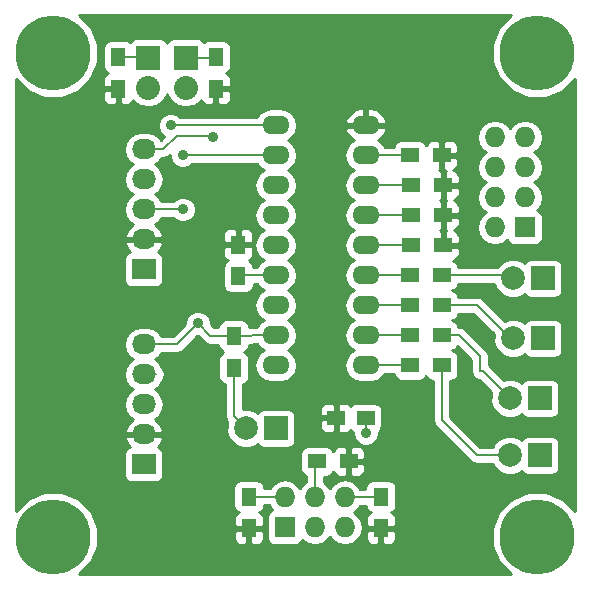
<source format=gtl>
G04 #@! TF.FileFunction,Copper,L1,Top,Signal*
%FSLAX46Y46*%
G04 Gerber Fmt 4.6, Leading zero omitted, Abs format (unit mm)*
G04 Created by KiCad (PCBNEW (after 2015-mar-04 BZR unknown)-product) date 11/20/2015 3:36:00 PM*
%MOMM*%
G01*
G04 APERTURE LIST*
%ADD10C,0.150000*%
%ADD11O,2.300000X1.600000*%
%ADD12R,1.300000X1.500000*%
%ADD13R,1.500000X1.300000*%
%ADD14C,6.350000*%
%ADD15R,1.500000X1.250000*%
%ADD16R,2.032000X2.032000*%
%ADD17O,2.032000X2.032000*%
%ADD18R,1.727200X1.727200*%
%ADD19O,1.727200X1.727200*%
%ADD20R,2.000000X2.000000*%
%ADD21C,2.000000*%
%ADD22R,2.032000X1.727200*%
%ADD23O,2.032000X1.727200*%
%ADD24C,0.889000*%
%ADD25C,0.203200*%
%ADD26C,0.254000*%
G04 APERTURE END LIST*
D10*
D11*
X22860000Y-10160000D03*
X22860000Y-12700000D03*
X22860000Y-15240000D03*
X22860000Y-17780000D03*
X22860000Y-20320000D03*
X22860000Y-22860000D03*
X22860000Y-25400000D03*
X22860000Y-27940000D03*
X22860000Y-30480000D03*
X30480000Y-30480000D03*
X30480000Y-27940000D03*
X30480000Y-25400000D03*
X30480000Y-22860000D03*
X30480000Y-20320000D03*
X30480000Y-17780000D03*
X30480000Y-15240000D03*
X30480000Y-12700000D03*
X30480000Y-10160000D03*
D12*
X20574000Y-44276000D03*
X20574000Y-41576000D03*
D13*
X29036000Y-38608000D03*
X26336000Y-38608000D03*
D12*
X31750000Y-44276000D03*
X31750000Y-41576000D03*
X9525000Y-7065000D03*
X9525000Y-4365000D03*
X17780000Y-7065000D03*
X17780000Y-4365000D03*
X19304000Y-30687000D03*
X19304000Y-27987000D03*
D13*
X34210000Y-12700000D03*
X36910000Y-12700000D03*
X34337000Y-15240000D03*
X37037000Y-15240000D03*
X34337000Y-17780000D03*
X37037000Y-17780000D03*
X34337000Y-20320000D03*
X37037000Y-20320000D03*
X36910000Y-22860000D03*
X34210000Y-22860000D03*
X36910000Y-25400000D03*
X34210000Y-25400000D03*
X36910000Y-27940000D03*
X34210000Y-27940000D03*
X36910000Y-30480000D03*
X34210000Y-30480000D03*
D14*
X4000000Y-45000000D03*
X4000000Y-4000000D03*
X45000000Y-45000000D03*
X45000000Y-4000000D03*
D12*
X19685000Y-20240000D03*
X19685000Y-22940000D03*
D15*
X27960000Y-34925000D03*
X30460000Y-34925000D03*
D16*
X12065000Y-4445000D03*
D17*
X12065000Y-6985000D03*
D16*
X15240000Y-4445000D03*
D17*
X15240000Y-6985000D03*
D18*
X43942000Y-18796000D03*
D19*
X41402000Y-18796000D03*
X43942000Y-16256000D03*
X41402000Y-16256000D03*
X43942000Y-13716000D03*
X41402000Y-13716000D03*
X43942000Y-11176000D03*
X41402000Y-11176000D03*
D20*
X45212000Y-38100000D03*
D21*
X42672000Y-38100000D03*
D20*
X45212000Y-33274000D03*
D21*
X42672000Y-33274000D03*
D20*
X45466000Y-28194000D03*
D21*
X42926000Y-28194000D03*
D20*
X45466000Y-23114000D03*
D21*
X42926000Y-23114000D03*
D20*
X22860000Y-35814000D03*
D21*
X20320000Y-35814000D03*
D18*
X23622000Y-44196000D03*
D19*
X23622000Y-41656000D03*
X26162000Y-44196000D03*
X26162000Y-41656000D03*
X28702000Y-44196000D03*
X28702000Y-41656000D03*
D22*
X11684000Y-22352000D03*
D23*
X11684000Y-19812000D03*
X11684000Y-17272000D03*
X11684000Y-14732000D03*
X11684000Y-12192000D03*
D22*
X11684000Y-38862000D03*
D23*
X11684000Y-36322000D03*
X11684000Y-33782000D03*
X11684000Y-31242000D03*
X11684000Y-28702000D03*
D24*
X13970000Y-10160000D03*
X14986000Y-17272000D03*
X14986000Y-12700000D03*
X30480000Y-36195000D03*
X16256000Y-26924000D03*
X17526000Y-11176000D03*
D25*
X20574000Y-41576000D02*
X23542000Y-41576000D01*
X23542000Y-41576000D02*
X23622000Y-41656000D01*
X26162000Y-41656000D02*
X26162000Y-38782000D01*
X26162000Y-38782000D02*
X26336000Y-38608000D01*
X28702000Y-41656000D02*
X28702000Y-41148000D01*
X28702000Y-41656000D02*
X31670000Y-41656000D01*
X31670000Y-41656000D02*
X31750000Y-41576000D01*
X22860000Y-22860000D02*
X19765000Y-22860000D01*
X19765000Y-22860000D02*
X19685000Y-22940000D01*
X11684000Y-31242000D02*
X12700000Y-31242000D01*
X22860000Y-10160000D02*
X13970000Y-10160000D01*
X11684000Y-17272000D02*
X14986000Y-17272000D01*
X22860000Y-12700000D02*
X14986000Y-12700000D01*
X30460000Y-34925000D02*
X30460000Y-36175000D01*
X30460000Y-36175000D02*
X30480000Y-36195000D01*
X30480000Y-22860000D02*
X34210000Y-22860000D01*
X30480000Y-25400000D02*
X34210000Y-25400000D01*
X30480000Y-27940000D02*
X34210000Y-27940000D01*
X30480000Y-30480000D02*
X34210000Y-30480000D01*
X30480000Y-20320000D02*
X34337000Y-20320000D01*
X30480000Y-17780000D02*
X34337000Y-17780000D01*
X30480000Y-15240000D02*
X34337000Y-15240000D01*
X30480000Y-12700000D02*
X34210000Y-12700000D01*
X9525000Y-4365000D02*
X11985000Y-4365000D01*
X11985000Y-4365000D02*
X12065000Y-4445000D01*
X15240000Y-4445000D02*
X17700000Y-4445000D01*
X17700000Y-4445000D02*
X17780000Y-4365000D01*
X36910000Y-35132000D02*
X39878000Y-38100000D01*
X39878000Y-38100000D02*
X42672000Y-38100000D01*
X36910000Y-30480000D02*
X36910000Y-35132000D01*
X38354000Y-27940000D02*
X40132000Y-29718000D01*
X40132000Y-29718000D02*
X40132000Y-30988000D01*
X36910000Y-27940000D02*
X38354000Y-27940000D01*
X40386000Y-30988000D02*
X42672000Y-33274000D01*
X40132000Y-30988000D02*
X40386000Y-30988000D01*
X39878000Y-25400000D02*
X36910000Y-25400000D01*
X42672000Y-28194000D02*
X39878000Y-25400000D01*
X42926000Y-28194000D02*
X42672000Y-28194000D01*
X42672000Y-22860000D02*
X42926000Y-23114000D01*
X36910000Y-22860000D02*
X42672000Y-22860000D01*
X20193000Y-35687000D02*
X20320000Y-35814000D01*
X19304000Y-34798000D02*
X20320000Y-35814000D01*
X19304000Y-30687000D02*
X19304000Y-34798000D01*
X19304000Y-27987000D02*
X17319000Y-27987000D01*
X17319000Y-27987000D02*
X16256000Y-26924000D01*
X11684000Y-28702000D02*
X14478000Y-28702000D01*
X14478000Y-28702000D02*
X16256000Y-26924000D01*
X10922000Y-12192000D02*
X11684000Y-12192000D01*
X20781000Y-27987000D02*
X19304000Y-27987000D01*
X20828000Y-27940000D02*
X20781000Y-27987000D01*
X22860000Y-27940000D02*
X20828000Y-27940000D01*
X13335000Y-12192000D02*
X14478000Y-11049000D01*
X14478000Y-11049000D02*
X17399000Y-11049000D01*
X17399000Y-11049000D02*
X17526000Y-11176000D01*
X11684000Y-12192000D02*
X13335000Y-12192000D01*
D26*
G36*
X48174500Y-42787183D02*
X47161009Y-41771923D01*
X47113440Y-41752170D01*
X47113440Y-29194000D01*
X47113440Y-27194000D01*
X47066463Y-26951877D01*
X46926673Y-26739073D01*
X46715640Y-26596623D01*
X46466000Y-26546560D01*
X44466000Y-26546560D01*
X44223877Y-26593537D01*
X44011073Y-26733327D01*
X43917089Y-26872559D01*
X43853363Y-26808722D01*
X43252648Y-26559284D01*
X42602205Y-26558716D01*
X42231569Y-26711859D01*
X40398855Y-24879145D01*
X40159885Y-24719470D01*
X39878000Y-24663400D01*
X38290637Y-24663400D01*
X38260463Y-24507877D01*
X38120673Y-24295073D01*
X37909640Y-24152623D01*
X37799090Y-24130453D01*
X37902123Y-24110463D01*
X38114927Y-23970673D01*
X38257377Y-23759640D01*
X38290073Y-23596600D01*
X41356333Y-23596600D01*
X41539106Y-24038943D01*
X41998637Y-24499278D01*
X42599352Y-24748716D01*
X43249795Y-24749284D01*
X43850943Y-24500894D01*
X43917193Y-24434759D01*
X44005327Y-24568927D01*
X44216360Y-24711377D01*
X44466000Y-24761440D01*
X46466000Y-24761440D01*
X46708123Y-24714463D01*
X46920927Y-24574673D01*
X47063377Y-24363640D01*
X47113440Y-24114000D01*
X47113440Y-22114000D01*
X47066463Y-21871877D01*
X46926673Y-21659073D01*
X46715640Y-21516623D01*
X46466000Y-21466560D01*
X45469959Y-21466560D01*
X45469959Y-16256000D01*
X45355885Y-15682511D01*
X45031029Y-15196330D01*
X44716248Y-14986000D01*
X45031029Y-14775670D01*
X45355885Y-14289489D01*
X45469959Y-13716000D01*
X45355885Y-13142511D01*
X45031029Y-12656330D01*
X44716248Y-12446000D01*
X45031029Y-12235670D01*
X45355885Y-11749489D01*
X45469959Y-11176000D01*
X45355885Y-10602511D01*
X45031029Y-10116330D01*
X44544848Y-9791474D01*
X43971359Y-9677400D01*
X43912641Y-9677400D01*
X43339152Y-9791474D01*
X42852971Y-10116330D01*
X42672000Y-10387172D01*
X42491029Y-10116330D01*
X42004848Y-9791474D01*
X41431359Y-9677400D01*
X41372641Y-9677400D01*
X40799152Y-9791474D01*
X40312971Y-10116330D01*
X39988115Y-10602511D01*
X39874041Y-11176000D01*
X39988115Y-11749489D01*
X40312971Y-12235670D01*
X40627751Y-12446000D01*
X40312971Y-12656330D01*
X39988115Y-13142511D01*
X39874041Y-13716000D01*
X39988115Y-14289489D01*
X40312971Y-14775670D01*
X40627751Y-14986000D01*
X40312971Y-15196330D01*
X39988115Y-15682511D01*
X39874041Y-16256000D01*
X39988115Y-16829489D01*
X40312971Y-17315670D01*
X40627751Y-17526000D01*
X40312971Y-17736330D01*
X39988115Y-18222511D01*
X39874041Y-18796000D01*
X39988115Y-19369489D01*
X40312971Y-19855670D01*
X40799152Y-20180526D01*
X41372641Y-20294600D01*
X41431359Y-20294600D01*
X42004848Y-20180526D01*
X42471529Y-19868699D01*
X42477937Y-19901723D01*
X42617727Y-20114527D01*
X42828760Y-20256977D01*
X43078400Y-20307040D01*
X44805600Y-20307040D01*
X45047723Y-20260063D01*
X45260527Y-20120273D01*
X45402977Y-19909240D01*
X45453040Y-19659600D01*
X45453040Y-17932400D01*
X45406063Y-17690277D01*
X45266273Y-17477473D01*
X45055240Y-17335023D01*
X45014340Y-17326820D01*
X45031029Y-17315670D01*
X45355885Y-16829489D01*
X45469959Y-16256000D01*
X45469959Y-21466560D01*
X44466000Y-21466560D01*
X44223877Y-21513537D01*
X44011073Y-21653327D01*
X43917089Y-21792559D01*
X43853363Y-21728722D01*
X43252648Y-21479284D01*
X42602205Y-21478716D01*
X42001057Y-21727106D01*
X41604069Y-22123400D01*
X38290637Y-22123400D01*
X38260463Y-21967877D01*
X38120673Y-21755073D01*
X37909640Y-21612623D01*
X37871627Y-21605000D01*
X37913309Y-21605000D01*
X38146698Y-21508327D01*
X38325327Y-21329699D01*
X38422000Y-21096310D01*
X38422000Y-20843691D01*
X38422000Y-20605750D01*
X38422000Y-20034250D01*
X38422000Y-19796309D01*
X38422000Y-19543690D01*
X38325327Y-19310301D01*
X38146698Y-19131673D01*
X37949522Y-19050000D01*
X38146698Y-18968327D01*
X38325327Y-18789699D01*
X38422000Y-18556310D01*
X38422000Y-18303691D01*
X38422000Y-18065750D01*
X38422000Y-17494250D01*
X38422000Y-17256309D01*
X38422000Y-17003690D01*
X38325327Y-16770301D01*
X38146698Y-16591673D01*
X37949522Y-16510000D01*
X38146698Y-16428327D01*
X38325327Y-16249699D01*
X38422000Y-16016310D01*
X38422000Y-15763691D01*
X38422000Y-15525750D01*
X38422000Y-14954250D01*
X38422000Y-14716309D01*
X38422000Y-14463690D01*
X38325327Y-14230301D01*
X38146698Y-14051673D01*
X37913309Y-13955000D01*
X37858735Y-13955000D01*
X38019698Y-13888327D01*
X38198327Y-13709699D01*
X38295000Y-13476310D01*
X38295000Y-13223691D01*
X38295000Y-12985750D01*
X38295000Y-12414250D01*
X38295000Y-12176309D01*
X38295000Y-11923690D01*
X38198327Y-11690301D01*
X38019698Y-11511673D01*
X37786309Y-11415000D01*
X37195750Y-11415000D01*
X37037000Y-11573750D01*
X37037000Y-12573000D01*
X38136250Y-12573000D01*
X38295000Y-12414250D01*
X38295000Y-12985750D01*
X38136250Y-12827000D01*
X37037000Y-12827000D01*
X37037000Y-13826250D01*
X37195750Y-13985000D01*
X37292750Y-13985000D01*
X37164000Y-14113750D01*
X37164000Y-15113000D01*
X38263250Y-15113000D01*
X38422000Y-14954250D01*
X38422000Y-15525750D01*
X38263250Y-15367000D01*
X37164000Y-15367000D01*
X37164000Y-16366250D01*
X37307750Y-16510000D01*
X37164000Y-16653750D01*
X37164000Y-17653000D01*
X38263250Y-17653000D01*
X38422000Y-17494250D01*
X38422000Y-18065750D01*
X38263250Y-17907000D01*
X37164000Y-17907000D01*
X37164000Y-18906250D01*
X37307750Y-19050000D01*
X37164000Y-19193750D01*
X37164000Y-20193000D01*
X38263250Y-20193000D01*
X38422000Y-20034250D01*
X38422000Y-20605750D01*
X38263250Y-20447000D01*
X37164000Y-20447000D01*
X37164000Y-20467000D01*
X36910000Y-20467000D01*
X36910000Y-20447000D01*
X36890000Y-20447000D01*
X36890000Y-20193000D01*
X36910000Y-20193000D01*
X36910000Y-19193750D01*
X36766250Y-19050000D01*
X36910000Y-18906250D01*
X36910000Y-17907000D01*
X36890000Y-17907000D01*
X36890000Y-17653000D01*
X36910000Y-17653000D01*
X36910000Y-16653750D01*
X36766250Y-16510000D01*
X36910000Y-16366250D01*
X36910000Y-15367000D01*
X36890000Y-15367000D01*
X36890000Y-15113000D01*
X36910000Y-15113000D01*
X36910000Y-14113750D01*
X36751250Y-13955000D01*
X36654250Y-13955000D01*
X36783000Y-13826250D01*
X36783000Y-12827000D01*
X36763000Y-12827000D01*
X36763000Y-12573000D01*
X36783000Y-12573000D01*
X36783000Y-11573750D01*
X36624250Y-11415000D01*
X36033691Y-11415000D01*
X35800302Y-11511673D01*
X35621673Y-11690301D01*
X35564453Y-11828442D01*
X35560463Y-11807877D01*
X35420673Y-11595073D01*
X35209640Y-11452623D01*
X34960000Y-11402560D01*
X33460000Y-11402560D01*
X33217877Y-11449537D01*
X33005073Y-11589327D01*
X32862623Y-11800360D01*
X32829926Y-11963400D01*
X32065487Y-11963400D01*
X31879668Y-11685302D01*
X31501848Y-11432850D01*
X31934500Y-11084896D01*
X32204367Y-10591819D01*
X32221904Y-10509039D01*
X32221904Y-9810961D01*
X32204367Y-9728181D01*
X31934500Y-9235104D01*
X31496483Y-8882834D01*
X30957000Y-8725000D01*
X30607000Y-8725000D01*
X30607000Y-10033000D01*
X32099915Y-10033000D01*
X32221904Y-9810961D01*
X32221904Y-10509039D01*
X32099915Y-10287000D01*
X30607000Y-10287000D01*
X30607000Y-10307000D01*
X30353000Y-10307000D01*
X30353000Y-10287000D01*
X30353000Y-10033000D01*
X30353000Y-8725000D01*
X30003000Y-8725000D01*
X29463517Y-8882834D01*
X29025500Y-9235104D01*
X28755633Y-9728181D01*
X28738096Y-9810961D01*
X28860085Y-10033000D01*
X30353000Y-10033000D01*
X30353000Y-10287000D01*
X28860085Y-10287000D01*
X28738096Y-10509039D01*
X28755633Y-10591819D01*
X29025500Y-11084896D01*
X29458151Y-11432850D01*
X29080332Y-11685302D01*
X28769263Y-12150849D01*
X28660030Y-12700000D01*
X28769263Y-13249151D01*
X29080332Y-13714698D01*
X29462417Y-13970000D01*
X29080332Y-14225302D01*
X28769263Y-14690849D01*
X28660030Y-15240000D01*
X28769263Y-15789151D01*
X29080332Y-16254698D01*
X29462417Y-16510000D01*
X29080332Y-16765302D01*
X28769263Y-17230849D01*
X28660030Y-17780000D01*
X28769263Y-18329151D01*
X29080332Y-18794698D01*
X29462417Y-19050000D01*
X29080332Y-19305302D01*
X28769263Y-19770849D01*
X28660030Y-20320000D01*
X28769263Y-20869151D01*
X29080332Y-21334698D01*
X29462417Y-21590000D01*
X29080332Y-21845302D01*
X28769263Y-22310849D01*
X28660030Y-22860000D01*
X28769263Y-23409151D01*
X29080332Y-23874698D01*
X29462417Y-24130000D01*
X29080332Y-24385302D01*
X28769263Y-24850849D01*
X28660030Y-25400000D01*
X28769263Y-25949151D01*
X29080332Y-26414698D01*
X29462417Y-26670000D01*
X29080332Y-26925302D01*
X28769263Y-27390849D01*
X28660030Y-27940000D01*
X28769263Y-28489151D01*
X29080332Y-28954698D01*
X29462417Y-29210000D01*
X29080332Y-29465302D01*
X28769263Y-29930849D01*
X28660030Y-30480000D01*
X28769263Y-31029151D01*
X29080332Y-31494698D01*
X29545879Y-31805767D01*
X30095030Y-31915000D01*
X30864970Y-31915000D01*
X31414121Y-31805767D01*
X31879668Y-31494698D01*
X32065487Y-31216600D01*
X32829362Y-31216600D01*
X32859537Y-31372123D01*
X32999327Y-31584927D01*
X33210360Y-31727377D01*
X33460000Y-31777440D01*
X34960000Y-31777440D01*
X35202123Y-31730463D01*
X35414927Y-31590673D01*
X35557377Y-31379640D01*
X35559216Y-31370469D01*
X35559537Y-31372123D01*
X35699327Y-31584927D01*
X35910360Y-31727377D01*
X36160000Y-31777440D01*
X36173400Y-31777440D01*
X36173400Y-35132000D01*
X36229470Y-35413885D01*
X36389145Y-35652855D01*
X39357145Y-38620855D01*
X39596115Y-38780530D01*
X39596116Y-38780530D01*
X39878000Y-38836600D01*
X41207284Y-38836600D01*
X41285106Y-39024943D01*
X41744637Y-39485278D01*
X42345352Y-39734716D01*
X42995795Y-39735284D01*
X43596943Y-39486894D01*
X43663193Y-39420759D01*
X43751327Y-39554927D01*
X43962360Y-39697377D01*
X44212000Y-39747440D01*
X46212000Y-39747440D01*
X46454123Y-39700463D01*
X46666927Y-39560673D01*
X46809377Y-39349640D01*
X46859440Y-39100000D01*
X46859440Y-37100000D01*
X46812463Y-36857877D01*
X46672673Y-36645073D01*
X46461640Y-36502623D01*
X46212000Y-36452560D01*
X44212000Y-36452560D01*
X43969877Y-36499537D01*
X43757073Y-36639327D01*
X43663089Y-36778559D01*
X43599363Y-36714722D01*
X42998648Y-36465284D01*
X42348205Y-36464716D01*
X41747057Y-36713106D01*
X41286722Y-37172637D01*
X41207510Y-37363400D01*
X40183110Y-37363400D01*
X37646600Y-34826890D01*
X37646600Y-31777440D01*
X37660000Y-31777440D01*
X37902123Y-31730463D01*
X38114927Y-31590673D01*
X38257377Y-31379640D01*
X38307440Y-31130000D01*
X38307440Y-29830000D01*
X38260463Y-29587877D01*
X38120673Y-29375073D01*
X37909640Y-29232623D01*
X37799090Y-29210453D01*
X37902123Y-29190463D01*
X38114927Y-29050673D01*
X38239062Y-28866772D01*
X39395400Y-30023110D01*
X39395400Y-30988000D01*
X39451470Y-31269885D01*
X39611145Y-31508855D01*
X39850115Y-31668530D01*
X40068199Y-31711909D01*
X41115434Y-32759144D01*
X41037284Y-32947352D01*
X41036716Y-33597795D01*
X41285106Y-34198943D01*
X41744637Y-34659278D01*
X42345352Y-34908716D01*
X42995795Y-34909284D01*
X43596943Y-34660894D01*
X43663193Y-34594759D01*
X43751327Y-34728927D01*
X43962360Y-34871377D01*
X44212000Y-34921440D01*
X46212000Y-34921440D01*
X46454123Y-34874463D01*
X46666927Y-34734673D01*
X46809377Y-34523640D01*
X46859440Y-34274000D01*
X46859440Y-32274000D01*
X46812463Y-32031877D01*
X46672673Y-31819073D01*
X46461640Y-31676623D01*
X46212000Y-31626560D01*
X44212000Y-31626560D01*
X43969877Y-31673537D01*
X43757073Y-31813327D01*
X43663089Y-31952559D01*
X43599363Y-31888722D01*
X42998648Y-31639284D01*
X42348205Y-31638716D01*
X42157304Y-31717594D01*
X40906855Y-30467145D01*
X40868600Y-30441583D01*
X40868600Y-29718000D01*
X40812530Y-29436116D01*
X40812530Y-29436115D01*
X40652855Y-29197145D01*
X38874855Y-27419145D01*
X38635885Y-27259470D01*
X38354000Y-27203400D01*
X38290637Y-27203400D01*
X38260463Y-27047877D01*
X38120673Y-26835073D01*
X37909640Y-26692623D01*
X37799090Y-26670453D01*
X37902123Y-26650463D01*
X38114927Y-26510673D01*
X38257377Y-26299640D01*
X38290073Y-26136600D01*
X39572890Y-26136600D01*
X41294909Y-27858619D01*
X41291284Y-27867352D01*
X41290716Y-28517795D01*
X41539106Y-29118943D01*
X41998637Y-29579278D01*
X42599352Y-29828716D01*
X43249795Y-29829284D01*
X43850943Y-29580894D01*
X43917193Y-29514759D01*
X44005327Y-29648927D01*
X44216360Y-29791377D01*
X44466000Y-29841440D01*
X46466000Y-29841440D01*
X46708123Y-29794463D01*
X46920927Y-29654673D01*
X47063377Y-29443640D01*
X47113440Y-29194000D01*
X47113440Y-41752170D01*
X45761181Y-41190663D01*
X44245469Y-41189340D01*
X42844628Y-41768156D01*
X41771923Y-42838991D01*
X41190663Y-44238819D01*
X41189340Y-45754531D01*
X41768156Y-47155372D01*
X42785507Y-48174500D01*
X33047440Y-48174500D01*
X33047440Y-42326000D01*
X33047440Y-40826000D01*
X33000463Y-40583877D01*
X32860673Y-40371073D01*
X32649640Y-40228623D01*
X32400000Y-40178560D01*
X31857440Y-40178560D01*
X31857440Y-35550000D01*
X31857440Y-34300000D01*
X31810463Y-34057877D01*
X31670673Y-33845073D01*
X31459640Y-33702623D01*
X31210000Y-33652560D01*
X29710000Y-33652560D01*
X29467877Y-33699537D01*
X29255073Y-33839327D01*
X29211662Y-33903637D01*
X29069698Y-33761673D01*
X28836309Y-33665000D01*
X28245750Y-33665000D01*
X28087000Y-33823750D01*
X28087000Y-34798000D01*
X28107000Y-34798000D01*
X28107000Y-35052000D01*
X28087000Y-35052000D01*
X28087000Y-36026250D01*
X28245750Y-36185000D01*
X28836309Y-36185000D01*
X29069698Y-36088327D01*
X29211176Y-35946849D01*
X29249327Y-36004927D01*
X29400575Y-36107021D01*
X29400313Y-36408784D01*
X29564311Y-36805689D01*
X29867714Y-37109622D01*
X30264332Y-37274313D01*
X30693784Y-37274687D01*
X31090689Y-37110689D01*
X31394622Y-36807286D01*
X31559313Y-36410668D01*
X31559601Y-36079861D01*
X31664927Y-36010673D01*
X31807377Y-35799640D01*
X31857440Y-35550000D01*
X31857440Y-40178560D01*
X31100000Y-40178560D01*
X30857877Y-40225537D01*
X30645073Y-40365327D01*
X30502623Y-40576360D01*
X30452560Y-40826000D01*
X30452560Y-40919400D01*
X30421000Y-40919400D01*
X30421000Y-39384310D01*
X30421000Y-39131691D01*
X30421000Y-38893750D01*
X30421000Y-38322250D01*
X30421000Y-38084309D01*
X30421000Y-37831690D01*
X30324327Y-37598301D01*
X30145698Y-37419673D01*
X29912309Y-37323000D01*
X29321750Y-37323000D01*
X29163000Y-37481750D01*
X29163000Y-38481000D01*
X30262250Y-38481000D01*
X30421000Y-38322250D01*
X30421000Y-38893750D01*
X30262250Y-38735000D01*
X29163000Y-38735000D01*
X29163000Y-39734250D01*
X29321750Y-39893000D01*
X29912309Y-39893000D01*
X30145698Y-39796327D01*
X30324327Y-39617699D01*
X30421000Y-39384310D01*
X30421000Y-40919400D01*
X29997155Y-40919400D01*
X29761670Y-40566971D01*
X29275489Y-40242115D01*
X28702000Y-40128041D01*
X28128511Y-40242115D01*
X27642330Y-40566971D01*
X27432000Y-40881751D01*
X27221670Y-40566971D01*
X26898600Y-40351102D01*
X26898600Y-39905440D01*
X27086000Y-39905440D01*
X27328123Y-39858463D01*
X27540927Y-39718673D01*
X27683377Y-39507640D01*
X27689479Y-39477208D01*
X27747673Y-39617699D01*
X27926302Y-39796327D01*
X28159691Y-39893000D01*
X28750250Y-39893000D01*
X28909000Y-39734250D01*
X28909000Y-38735000D01*
X28889000Y-38735000D01*
X28889000Y-38481000D01*
X28909000Y-38481000D01*
X28909000Y-37481750D01*
X28750250Y-37323000D01*
X28159691Y-37323000D01*
X27926302Y-37419673D01*
X27833000Y-37512974D01*
X27833000Y-36026250D01*
X27833000Y-35052000D01*
X27833000Y-34798000D01*
X27833000Y-33823750D01*
X27674250Y-33665000D01*
X27083691Y-33665000D01*
X26850302Y-33761673D01*
X26671673Y-33940301D01*
X26575000Y-34173690D01*
X26575000Y-34426309D01*
X26575000Y-34639250D01*
X26733750Y-34798000D01*
X27833000Y-34798000D01*
X27833000Y-35052000D01*
X26733750Y-35052000D01*
X26575000Y-35210750D01*
X26575000Y-35423691D01*
X26575000Y-35676310D01*
X26671673Y-35909699D01*
X26850302Y-36088327D01*
X27083691Y-36185000D01*
X27674250Y-36185000D01*
X27833000Y-36026250D01*
X27833000Y-37512974D01*
X27747673Y-37598301D01*
X27690453Y-37736442D01*
X27686463Y-37715877D01*
X27546673Y-37503073D01*
X27335640Y-37360623D01*
X27086000Y-37310560D01*
X25586000Y-37310560D01*
X25343877Y-37357537D01*
X25131073Y-37497327D01*
X24988623Y-37708360D01*
X24938560Y-37958000D01*
X24938560Y-39258000D01*
X24985537Y-39500123D01*
X25125327Y-39712927D01*
X25336360Y-39855377D01*
X25425400Y-39873233D01*
X25425400Y-40351102D01*
X25102330Y-40566971D01*
X24892000Y-40881751D01*
X24681670Y-40566971D01*
X24679970Y-40565835D01*
X24679970Y-30480000D01*
X24570737Y-29930849D01*
X24259668Y-29465302D01*
X23877582Y-29210000D01*
X24259668Y-28954698D01*
X24570737Y-28489151D01*
X24679970Y-27940000D01*
X24570737Y-27390849D01*
X24259668Y-26925302D01*
X23877582Y-26670000D01*
X24259668Y-26414698D01*
X24570737Y-25949151D01*
X24679970Y-25400000D01*
X24570737Y-24850849D01*
X24259668Y-24385302D01*
X23877582Y-24130000D01*
X24259668Y-23874698D01*
X24570737Y-23409151D01*
X24679970Y-22860000D01*
X24570737Y-22310849D01*
X24259668Y-21845302D01*
X23877582Y-21590000D01*
X24259668Y-21334698D01*
X24570737Y-20869151D01*
X24679970Y-20320000D01*
X24570737Y-19770849D01*
X24259668Y-19305302D01*
X23877582Y-19050000D01*
X24259668Y-18794698D01*
X24570737Y-18329151D01*
X24679970Y-17780000D01*
X24570737Y-17230849D01*
X24259668Y-16765302D01*
X23877582Y-16510000D01*
X24259668Y-16254698D01*
X24570737Y-15789151D01*
X24679970Y-15240000D01*
X24570737Y-14690849D01*
X24259668Y-14225302D01*
X23877582Y-13970000D01*
X24259668Y-13714698D01*
X24570737Y-13249151D01*
X24679970Y-12700000D01*
X24570737Y-12150849D01*
X24259668Y-11685302D01*
X23877582Y-11430000D01*
X24259668Y-11174698D01*
X24570737Y-10709151D01*
X24679970Y-10160000D01*
X24570737Y-9610849D01*
X24259668Y-9145302D01*
X23794121Y-8834233D01*
X23244970Y-8725000D01*
X22475030Y-8725000D01*
X21925879Y-8834233D01*
X21460332Y-9145302D01*
X21274512Y-9423400D01*
X19077440Y-9423400D01*
X19077440Y-5115000D01*
X19077440Y-3615000D01*
X19030463Y-3372877D01*
X18890673Y-3160073D01*
X18679640Y-3017623D01*
X18430000Y-2967560D01*
X17130000Y-2967560D01*
X16887877Y-3014537D01*
X16786848Y-3080902D01*
X16716673Y-2974073D01*
X16505640Y-2831623D01*
X16256000Y-2781560D01*
X14224000Y-2781560D01*
X13981877Y-2828537D01*
X13769073Y-2968327D01*
X13651913Y-3141893D01*
X13541673Y-2974073D01*
X13330640Y-2831623D01*
X13081000Y-2781560D01*
X11049000Y-2781560D01*
X10806877Y-2828537D01*
X10594073Y-2968327D01*
X10518177Y-3080762D01*
X10424640Y-3017623D01*
X10175000Y-2967560D01*
X8875000Y-2967560D01*
X8632877Y-3014537D01*
X8420073Y-3154327D01*
X8277623Y-3365360D01*
X8227560Y-3615000D01*
X8227560Y-5115000D01*
X8274537Y-5357123D01*
X8414327Y-5569927D01*
X8625360Y-5712377D01*
X8655791Y-5718479D01*
X8515301Y-5776673D01*
X8336673Y-5955302D01*
X8240000Y-6188691D01*
X8240000Y-6779250D01*
X8398750Y-6938000D01*
X9398000Y-6938000D01*
X9398000Y-6918000D01*
X9652000Y-6918000D01*
X9652000Y-6938000D01*
X9672000Y-6938000D01*
X9672000Y-7192000D01*
X9652000Y-7192000D01*
X9652000Y-8291250D01*
X9810750Y-8450000D01*
X10048691Y-8450000D01*
X10301310Y-8450000D01*
X10534699Y-8353327D01*
X10713327Y-8174698D01*
X10777147Y-8020620D01*
X10865222Y-8152433D01*
X11400845Y-8510325D01*
X12032655Y-8636000D01*
X12097345Y-8636000D01*
X12729155Y-8510325D01*
X13264778Y-8152433D01*
X13622670Y-7616810D01*
X13652500Y-7466844D01*
X13682330Y-7616810D01*
X14040222Y-8152433D01*
X14575845Y-8510325D01*
X15207655Y-8636000D01*
X15272345Y-8636000D01*
X15904155Y-8510325D01*
X16439778Y-8152433D01*
X16527852Y-8020620D01*
X16591673Y-8174698D01*
X16770301Y-8353327D01*
X17003690Y-8450000D01*
X17256309Y-8450000D01*
X17494250Y-8450000D01*
X17653000Y-8291250D01*
X17653000Y-7192000D01*
X17633000Y-7192000D01*
X17633000Y-6938000D01*
X17653000Y-6938000D01*
X17653000Y-6918000D01*
X17907000Y-6918000D01*
X17907000Y-6938000D01*
X18906250Y-6938000D01*
X19065000Y-6779250D01*
X19065000Y-6188691D01*
X18968327Y-5955302D01*
X18789699Y-5776673D01*
X18651557Y-5719453D01*
X18672123Y-5715463D01*
X18884927Y-5575673D01*
X19027377Y-5364640D01*
X19077440Y-5115000D01*
X19077440Y-9423400D01*
X19065000Y-9423400D01*
X19065000Y-7941309D01*
X19065000Y-7350750D01*
X18906250Y-7192000D01*
X17907000Y-7192000D01*
X17907000Y-8291250D01*
X18065750Y-8450000D01*
X18303691Y-8450000D01*
X18556310Y-8450000D01*
X18789699Y-8353327D01*
X18968327Y-8174698D01*
X19065000Y-7941309D01*
X19065000Y-9423400D01*
X14759997Y-9423400D01*
X14582286Y-9245378D01*
X14185668Y-9080687D01*
X13756216Y-9080313D01*
X13359311Y-9244311D01*
X13055378Y-9547714D01*
X12890687Y-9944332D01*
X12890313Y-10373784D01*
X13054311Y-10770689D01*
X13357714Y-11074622D01*
X13395131Y-11090158D01*
X13098463Y-11386826D01*
X12928415Y-11132330D01*
X12442234Y-10807474D01*
X11868745Y-10693400D01*
X11499255Y-10693400D01*
X10925766Y-10807474D01*
X10439585Y-11132330D01*
X10114729Y-11618511D01*
X10000655Y-12192000D01*
X10114729Y-12765489D01*
X10439585Y-13251670D01*
X10754365Y-13462000D01*
X10439585Y-13672330D01*
X10114729Y-14158511D01*
X10000655Y-14732000D01*
X10114729Y-15305489D01*
X10439585Y-15791670D01*
X10754365Y-16002000D01*
X10439585Y-16212330D01*
X10114729Y-16698511D01*
X10000655Y-17272000D01*
X10114729Y-17845489D01*
X10439585Y-18331670D01*
X10749069Y-18538460D01*
X10333268Y-18909964D01*
X10079291Y-19437209D01*
X10076642Y-19452974D01*
X10197783Y-19685000D01*
X11557000Y-19685000D01*
X11557000Y-19665000D01*
X11811000Y-19665000D01*
X11811000Y-19685000D01*
X13170217Y-19685000D01*
X13291358Y-19452974D01*
X13288709Y-19437209D01*
X13034732Y-18909964D01*
X12618930Y-18538460D01*
X12928415Y-18331670D01*
X13144283Y-18008600D01*
X14196002Y-18008600D01*
X14373714Y-18186622D01*
X14770332Y-18351313D01*
X15199784Y-18351687D01*
X15596689Y-18187689D01*
X15900622Y-17884286D01*
X16065313Y-17487668D01*
X16065687Y-17058216D01*
X15901689Y-16661311D01*
X15598286Y-16357378D01*
X15201668Y-16192687D01*
X14772216Y-16192313D01*
X14375311Y-16356311D01*
X14195909Y-16535400D01*
X13144283Y-16535400D01*
X12928415Y-16212330D01*
X12613634Y-16002000D01*
X12928415Y-15791670D01*
X13253271Y-15305489D01*
X13367345Y-14732000D01*
X13253271Y-14158511D01*
X12928415Y-13672330D01*
X12613634Y-13462000D01*
X12928415Y-13251670D01*
X13144283Y-12928600D01*
X13335000Y-12928600D01*
X13616885Y-12872530D01*
X13855855Y-12712855D01*
X13906532Y-12662177D01*
X13906313Y-12913784D01*
X14070311Y-13310689D01*
X14373714Y-13614622D01*
X14770332Y-13779313D01*
X15199784Y-13779687D01*
X15596689Y-13615689D01*
X15776090Y-13436600D01*
X21274512Y-13436600D01*
X21460332Y-13714698D01*
X21842417Y-13970000D01*
X21460332Y-14225302D01*
X21149263Y-14690849D01*
X21040030Y-15240000D01*
X21149263Y-15789151D01*
X21460332Y-16254698D01*
X21842417Y-16510000D01*
X21460332Y-16765302D01*
X21149263Y-17230849D01*
X21040030Y-17780000D01*
X21149263Y-18329151D01*
X21460332Y-18794698D01*
X21842417Y-19050000D01*
X21460332Y-19305302D01*
X21149263Y-19770849D01*
X21040030Y-20320000D01*
X21149263Y-20869151D01*
X21460332Y-21334698D01*
X21842417Y-21590000D01*
X21460332Y-21845302D01*
X21274512Y-22123400D01*
X20969518Y-22123400D01*
X20935463Y-21947877D01*
X20795673Y-21735073D01*
X20584640Y-21592623D01*
X20554208Y-21586520D01*
X20694699Y-21528327D01*
X20873327Y-21349698D01*
X20970000Y-21116309D01*
X20970000Y-20525750D01*
X20970000Y-19954250D01*
X20970000Y-19363691D01*
X20873327Y-19130302D01*
X20694699Y-18951673D01*
X20461310Y-18855000D01*
X20208691Y-18855000D01*
X19970750Y-18855000D01*
X19812000Y-19013750D01*
X19812000Y-20113000D01*
X20811250Y-20113000D01*
X20970000Y-19954250D01*
X20970000Y-20525750D01*
X20811250Y-20367000D01*
X19812000Y-20367000D01*
X19812000Y-20387000D01*
X19558000Y-20387000D01*
X19558000Y-20367000D01*
X19558000Y-20113000D01*
X19558000Y-19013750D01*
X19399250Y-18855000D01*
X19161309Y-18855000D01*
X18908690Y-18855000D01*
X18675301Y-18951673D01*
X18496673Y-19130302D01*
X18400000Y-19363691D01*
X18400000Y-19954250D01*
X18558750Y-20113000D01*
X19558000Y-20113000D01*
X19558000Y-20367000D01*
X18558750Y-20367000D01*
X18400000Y-20525750D01*
X18400000Y-21116309D01*
X18496673Y-21349698D01*
X18675301Y-21528327D01*
X18813442Y-21585546D01*
X18792877Y-21589537D01*
X18580073Y-21729327D01*
X18437623Y-21940360D01*
X18387560Y-22190000D01*
X18387560Y-23690000D01*
X18434537Y-23932123D01*
X18574327Y-24144927D01*
X18785360Y-24287377D01*
X19035000Y-24337440D01*
X20335000Y-24337440D01*
X20577123Y-24290463D01*
X20789927Y-24150673D01*
X20932377Y-23939640D01*
X20982440Y-23690000D01*
X20982440Y-23596600D01*
X21274512Y-23596600D01*
X21460332Y-23874698D01*
X21842417Y-24130000D01*
X21460332Y-24385302D01*
X21149263Y-24850849D01*
X21040030Y-25400000D01*
X21149263Y-25949151D01*
X21460332Y-26414698D01*
X21842417Y-26670000D01*
X21460332Y-26925302D01*
X21274512Y-27203400D01*
X20828000Y-27203400D01*
X20601440Y-27248465D01*
X20601440Y-27237000D01*
X20554463Y-26994877D01*
X20414673Y-26782073D01*
X20203640Y-26639623D01*
X19954000Y-26589560D01*
X18654000Y-26589560D01*
X18411877Y-26636537D01*
X18199073Y-26776327D01*
X18056623Y-26987360D01*
X18006560Y-27237000D01*
X18006560Y-27250400D01*
X17624110Y-27250400D01*
X17335467Y-26961757D01*
X17335687Y-26710216D01*
X17171689Y-26313311D01*
X16868286Y-26009378D01*
X16471668Y-25844687D01*
X16042216Y-25844313D01*
X15645311Y-26008311D01*
X15341378Y-26311714D01*
X15176687Y-26708332D01*
X15176466Y-26961823D01*
X14172890Y-27965400D01*
X13347440Y-27965400D01*
X13347440Y-23215600D01*
X13347440Y-21488400D01*
X13300463Y-21246277D01*
X13160673Y-21033473D01*
X12949640Y-20891023D01*
X12857354Y-20872516D01*
X13034732Y-20714036D01*
X13288709Y-20186791D01*
X13291358Y-20171026D01*
X13170217Y-19939000D01*
X11811000Y-19939000D01*
X11811000Y-19959000D01*
X11557000Y-19959000D01*
X11557000Y-19939000D01*
X10197783Y-19939000D01*
X10076642Y-20171026D01*
X10079291Y-20186791D01*
X10333268Y-20714036D01*
X10509701Y-20871673D01*
X10425877Y-20887937D01*
X10213073Y-21027727D01*
X10070623Y-21238760D01*
X10020560Y-21488400D01*
X10020560Y-23215600D01*
X10067537Y-23457723D01*
X10207327Y-23670527D01*
X10418360Y-23812977D01*
X10668000Y-23863040D01*
X12700000Y-23863040D01*
X12942123Y-23816063D01*
X13154927Y-23676273D01*
X13297377Y-23465240D01*
X13347440Y-23215600D01*
X13347440Y-27965400D01*
X13144283Y-27965400D01*
X12928415Y-27642330D01*
X12442234Y-27317474D01*
X11868745Y-27203400D01*
X11499255Y-27203400D01*
X10925766Y-27317474D01*
X10439585Y-27642330D01*
X10114729Y-28128511D01*
X10000655Y-28702000D01*
X10114729Y-29275489D01*
X10439585Y-29761670D01*
X10754365Y-29972000D01*
X10439585Y-30182330D01*
X10114729Y-30668511D01*
X10000655Y-31242000D01*
X10114729Y-31815489D01*
X10439585Y-32301670D01*
X10754365Y-32512000D01*
X10439585Y-32722330D01*
X10114729Y-33208511D01*
X10000655Y-33782000D01*
X10114729Y-34355489D01*
X10439585Y-34841670D01*
X10749069Y-35048460D01*
X10333268Y-35419964D01*
X10079291Y-35947209D01*
X10076642Y-35962974D01*
X10197783Y-36195000D01*
X11557000Y-36195000D01*
X11557000Y-36175000D01*
X11811000Y-36175000D01*
X11811000Y-36195000D01*
X13170217Y-36195000D01*
X13291358Y-35962974D01*
X13288709Y-35947209D01*
X13034732Y-35419964D01*
X12618930Y-35048460D01*
X12928415Y-34841670D01*
X13253271Y-34355489D01*
X13367345Y-33782000D01*
X13253271Y-33208511D01*
X12928415Y-32722330D01*
X12613634Y-32512000D01*
X12928415Y-32301670D01*
X13253271Y-31815489D01*
X13281918Y-31671466D01*
X13380530Y-31523885D01*
X13436600Y-31242000D01*
X13380530Y-30960115D01*
X13281918Y-30812533D01*
X13253271Y-30668511D01*
X12928415Y-30182330D01*
X12613634Y-29972000D01*
X12928415Y-29761670D01*
X13144283Y-29438600D01*
X14478000Y-29438600D01*
X14759885Y-29382530D01*
X14998855Y-29222855D01*
X16218242Y-28003467D01*
X16293823Y-28003533D01*
X16798145Y-28507855D01*
X17037115Y-28667530D01*
X17319000Y-28723600D01*
X18006560Y-28723600D01*
X18006560Y-28737000D01*
X18053537Y-28979123D01*
X18193327Y-29191927D01*
X18404360Y-29334377D01*
X18413530Y-29336216D01*
X18411877Y-29336537D01*
X18199073Y-29476327D01*
X18056623Y-29687360D01*
X18006560Y-29937000D01*
X18006560Y-31437000D01*
X18053537Y-31679123D01*
X18193327Y-31891927D01*
X18404360Y-32034377D01*
X18567400Y-32067073D01*
X18567400Y-34798000D01*
X18623470Y-35079885D01*
X18765941Y-35293107D01*
X18685284Y-35487352D01*
X18684716Y-36137795D01*
X18933106Y-36738943D01*
X19392637Y-37199278D01*
X19993352Y-37448716D01*
X20643795Y-37449284D01*
X21244943Y-37200894D01*
X21311193Y-37134759D01*
X21399327Y-37268927D01*
X21610360Y-37411377D01*
X21860000Y-37461440D01*
X23860000Y-37461440D01*
X24102123Y-37414463D01*
X24314927Y-37274673D01*
X24457377Y-37063640D01*
X24507440Y-36814000D01*
X24507440Y-34814000D01*
X24460463Y-34571877D01*
X24320673Y-34359073D01*
X24109640Y-34216623D01*
X23860000Y-34166560D01*
X21860000Y-34166560D01*
X21617877Y-34213537D01*
X21405073Y-34353327D01*
X21311089Y-34492559D01*
X21247363Y-34428722D01*
X20646648Y-34179284D01*
X20040600Y-34178754D01*
X20040600Y-32067637D01*
X20196123Y-32037463D01*
X20408927Y-31897673D01*
X20551377Y-31686640D01*
X20601440Y-31437000D01*
X20601440Y-29937000D01*
X20554463Y-29694877D01*
X20414673Y-29482073D01*
X20203640Y-29339623D01*
X20194469Y-29337783D01*
X20196123Y-29337463D01*
X20408927Y-29197673D01*
X20551377Y-28986640D01*
X20601440Y-28737000D01*
X20601440Y-28723600D01*
X20781000Y-28723600D01*
X21017286Y-28676600D01*
X21274512Y-28676600D01*
X21460332Y-28954698D01*
X21842417Y-29210000D01*
X21460332Y-29465302D01*
X21149263Y-29930849D01*
X21040030Y-30480000D01*
X21149263Y-31029151D01*
X21460332Y-31494698D01*
X21925879Y-31805767D01*
X22475030Y-31915000D01*
X23244970Y-31915000D01*
X23794121Y-31805767D01*
X24259668Y-31494698D01*
X24570737Y-31029151D01*
X24679970Y-30480000D01*
X24679970Y-40565835D01*
X24195489Y-40242115D01*
X23622000Y-40128041D01*
X23048511Y-40242115D01*
X22562330Y-40566971D01*
X22380298Y-40839400D01*
X21871440Y-40839400D01*
X21871440Y-40826000D01*
X21824463Y-40583877D01*
X21684673Y-40371073D01*
X21473640Y-40228623D01*
X21224000Y-40178560D01*
X19924000Y-40178560D01*
X19681877Y-40225537D01*
X19469073Y-40365327D01*
X19326623Y-40576360D01*
X19276560Y-40826000D01*
X19276560Y-42326000D01*
X19323537Y-42568123D01*
X19463327Y-42780927D01*
X19674360Y-42923377D01*
X19704791Y-42929479D01*
X19564301Y-42987673D01*
X19385673Y-43166302D01*
X19289000Y-43399691D01*
X19289000Y-43990250D01*
X19447750Y-44149000D01*
X20447000Y-44149000D01*
X20447000Y-44129000D01*
X20701000Y-44129000D01*
X20701000Y-44149000D01*
X21700250Y-44149000D01*
X21859000Y-43990250D01*
X21859000Y-43399691D01*
X21762327Y-43166302D01*
X21583699Y-42987673D01*
X21445557Y-42930453D01*
X21466123Y-42926463D01*
X21678927Y-42786673D01*
X21821377Y-42575640D01*
X21871440Y-42326000D01*
X21871440Y-42312600D01*
X22273389Y-42312600D01*
X22549300Y-42725529D01*
X22516277Y-42731937D01*
X22303473Y-42871727D01*
X22161023Y-43082760D01*
X22110960Y-43332400D01*
X22110960Y-45059600D01*
X22157937Y-45301723D01*
X22297727Y-45514527D01*
X22508760Y-45656977D01*
X22758400Y-45707040D01*
X24485600Y-45707040D01*
X24727723Y-45660063D01*
X24940527Y-45520273D01*
X25082977Y-45309240D01*
X25091179Y-45268340D01*
X25102330Y-45285029D01*
X25588511Y-45609885D01*
X26162000Y-45723959D01*
X26735489Y-45609885D01*
X27221670Y-45285029D01*
X27432000Y-44970248D01*
X27642330Y-45285029D01*
X28128511Y-45609885D01*
X28702000Y-45723959D01*
X29275489Y-45609885D01*
X29761670Y-45285029D01*
X30086526Y-44798848D01*
X30200600Y-44225359D01*
X30200600Y-44166641D01*
X30086526Y-43593152D01*
X29761670Y-43106971D01*
X29490827Y-42926000D01*
X29761670Y-42745029D01*
X29997155Y-42392600D01*
X30465481Y-42392600D01*
X30499537Y-42568123D01*
X30639327Y-42780927D01*
X30850360Y-42923377D01*
X30880791Y-42929479D01*
X30740301Y-42987673D01*
X30561673Y-43166302D01*
X30465000Y-43399691D01*
X30465000Y-43990250D01*
X30623750Y-44149000D01*
X31623000Y-44149000D01*
X31623000Y-44129000D01*
X31877000Y-44129000D01*
X31877000Y-44149000D01*
X32876250Y-44149000D01*
X33035000Y-43990250D01*
X33035000Y-43399691D01*
X32938327Y-43166302D01*
X32759699Y-42987673D01*
X32621557Y-42930453D01*
X32642123Y-42926463D01*
X32854927Y-42786673D01*
X32997377Y-42575640D01*
X33047440Y-42326000D01*
X33047440Y-48174500D01*
X33035000Y-48174500D01*
X33035000Y-45152309D01*
X33035000Y-44561750D01*
X32876250Y-44403000D01*
X31877000Y-44403000D01*
X31877000Y-45502250D01*
X32035750Y-45661000D01*
X32273691Y-45661000D01*
X32526310Y-45661000D01*
X32759699Y-45564327D01*
X32938327Y-45385698D01*
X33035000Y-45152309D01*
X33035000Y-48174500D01*
X31623000Y-48174500D01*
X31623000Y-45502250D01*
X31623000Y-44403000D01*
X30623750Y-44403000D01*
X30465000Y-44561750D01*
X30465000Y-45152309D01*
X30561673Y-45385698D01*
X30740301Y-45564327D01*
X30973690Y-45661000D01*
X31226309Y-45661000D01*
X31464250Y-45661000D01*
X31623000Y-45502250D01*
X31623000Y-48174500D01*
X21859000Y-48174500D01*
X21859000Y-45152309D01*
X21859000Y-44561750D01*
X21700250Y-44403000D01*
X20701000Y-44403000D01*
X20701000Y-45502250D01*
X20859750Y-45661000D01*
X21097691Y-45661000D01*
X21350310Y-45661000D01*
X21583699Y-45564327D01*
X21762327Y-45385698D01*
X21859000Y-45152309D01*
X21859000Y-48174500D01*
X20447000Y-48174500D01*
X20447000Y-45502250D01*
X20447000Y-44403000D01*
X19447750Y-44403000D01*
X19289000Y-44561750D01*
X19289000Y-45152309D01*
X19385673Y-45385698D01*
X19564301Y-45564327D01*
X19797690Y-45661000D01*
X20050309Y-45661000D01*
X20288250Y-45661000D01*
X20447000Y-45502250D01*
X20447000Y-48174500D01*
X13347440Y-48174500D01*
X13347440Y-39725600D01*
X13347440Y-37998400D01*
X13300463Y-37756277D01*
X13160673Y-37543473D01*
X12949640Y-37401023D01*
X12857354Y-37382516D01*
X13034732Y-37224036D01*
X13288709Y-36696791D01*
X13291358Y-36681026D01*
X13170217Y-36449000D01*
X11811000Y-36449000D01*
X11811000Y-36469000D01*
X11557000Y-36469000D01*
X11557000Y-36449000D01*
X10197783Y-36449000D01*
X10076642Y-36681026D01*
X10079291Y-36696791D01*
X10333268Y-37224036D01*
X10509701Y-37381673D01*
X10425877Y-37397937D01*
X10213073Y-37537727D01*
X10070623Y-37748760D01*
X10020560Y-37998400D01*
X10020560Y-39725600D01*
X10067537Y-39967723D01*
X10207327Y-40180527D01*
X10418360Y-40322977D01*
X10668000Y-40373040D01*
X12700000Y-40373040D01*
X12942123Y-40326063D01*
X13154927Y-40186273D01*
X13297377Y-39975240D01*
X13347440Y-39725600D01*
X13347440Y-48174500D01*
X9398000Y-48174500D01*
X9398000Y-8291250D01*
X9398000Y-7192000D01*
X8398750Y-7192000D01*
X8240000Y-7350750D01*
X8240000Y-7941309D01*
X8336673Y-8174698D01*
X8515301Y-8353327D01*
X8748690Y-8450000D01*
X9001309Y-8450000D01*
X9239250Y-8450000D01*
X9398000Y-8291250D01*
X9398000Y-48174500D01*
X6212816Y-48174500D01*
X7228077Y-47161009D01*
X7809337Y-45761181D01*
X7810660Y-44245469D01*
X7231844Y-42844628D01*
X6161009Y-41771923D01*
X4761181Y-41190663D01*
X3245469Y-41189340D01*
X1844628Y-41768156D01*
X825500Y-42785507D01*
X825500Y-6212816D01*
X1838991Y-7228077D01*
X3238819Y-7809337D01*
X4754531Y-7810660D01*
X6155372Y-7231844D01*
X7228077Y-6161009D01*
X7809337Y-4761181D01*
X7810660Y-3245469D01*
X7231844Y-1844628D01*
X6214492Y-825500D01*
X42787183Y-825500D01*
X41771923Y-1838991D01*
X41190663Y-3238819D01*
X41189340Y-4754531D01*
X41768156Y-6155372D01*
X42838991Y-7228077D01*
X44238819Y-7809337D01*
X45754531Y-7810660D01*
X47155372Y-7231844D01*
X48174500Y-6214492D01*
X48174500Y-42787183D01*
X48174500Y-42787183D01*
G37*
X48174500Y-42787183D02*
X47161009Y-41771923D01*
X47113440Y-41752170D01*
X47113440Y-29194000D01*
X47113440Y-27194000D01*
X47066463Y-26951877D01*
X46926673Y-26739073D01*
X46715640Y-26596623D01*
X46466000Y-26546560D01*
X44466000Y-26546560D01*
X44223877Y-26593537D01*
X44011073Y-26733327D01*
X43917089Y-26872559D01*
X43853363Y-26808722D01*
X43252648Y-26559284D01*
X42602205Y-26558716D01*
X42231569Y-26711859D01*
X40398855Y-24879145D01*
X40159885Y-24719470D01*
X39878000Y-24663400D01*
X38290637Y-24663400D01*
X38260463Y-24507877D01*
X38120673Y-24295073D01*
X37909640Y-24152623D01*
X37799090Y-24130453D01*
X37902123Y-24110463D01*
X38114927Y-23970673D01*
X38257377Y-23759640D01*
X38290073Y-23596600D01*
X41356333Y-23596600D01*
X41539106Y-24038943D01*
X41998637Y-24499278D01*
X42599352Y-24748716D01*
X43249795Y-24749284D01*
X43850943Y-24500894D01*
X43917193Y-24434759D01*
X44005327Y-24568927D01*
X44216360Y-24711377D01*
X44466000Y-24761440D01*
X46466000Y-24761440D01*
X46708123Y-24714463D01*
X46920927Y-24574673D01*
X47063377Y-24363640D01*
X47113440Y-24114000D01*
X47113440Y-22114000D01*
X47066463Y-21871877D01*
X46926673Y-21659073D01*
X46715640Y-21516623D01*
X46466000Y-21466560D01*
X45469959Y-21466560D01*
X45469959Y-16256000D01*
X45355885Y-15682511D01*
X45031029Y-15196330D01*
X44716248Y-14986000D01*
X45031029Y-14775670D01*
X45355885Y-14289489D01*
X45469959Y-13716000D01*
X45355885Y-13142511D01*
X45031029Y-12656330D01*
X44716248Y-12446000D01*
X45031029Y-12235670D01*
X45355885Y-11749489D01*
X45469959Y-11176000D01*
X45355885Y-10602511D01*
X45031029Y-10116330D01*
X44544848Y-9791474D01*
X43971359Y-9677400D01*
X43912641Y-9677400D01*
X43339152Y-9791474D01*
X42852971Y-10116330D01*
X42672000Y-10387172D01*
X42491029Y-10116330D01*
X42004848Y-9791474D01*
X41431359Y-9677400D01*
X41372641Y-9677400D01*
X40799152Y-9791474D01*
X40312971Y-10116330D01*
X39988115Y-10602511D01*
X39874041Y-11176000D01*
X39988115Y-11749489D01*
X40312971Y-12235670D01*
X40627751Y-12446000D01*
X40312971Y-12656330D01*
X39988115Y-13142511D01*
X39874041Y-13716000D01*
X39988115Y-14289489D01*
X40312971Y-14775670D01*
X40627751Y-14986000D01*
X40312971Y-15196330D01*
X39988115Y-15682511D01*
X39874041Y-16256000D01*
X39988115Y-16829489D01*
X40312971Y-17315670D01*
X40627751Y-17526000D01*
X40312971Y-17736330D01*
X39988115Y-18222511D01*
X39874041Y-18796000D01*
X39988115Y-19369489D01*
X40312971Y-19855670D01*
X40799152Y-20180526D01*
X41372641Y-20294600D01*
X41431359Y-20294600D01*
X42004848Y-20180526D01*
X42471529Y-19868699D01*
X42477937Y-19901723D01*
X42617727Y-20114527D01*
X42828760Y-20256977D01*
X43078400Y-20307040D01*
X44805600Y-20307040D01*
X45047723Y-20260063D01*
X45260527Y-20120273D01*
X45402977Y-19909240D01*
X45453040Y-19659600D01*
X45453040Y-17932400D01*
X45406063Y-17690277D01*
X45266273Y-17477473D01*
X45055240Y-17335023D01*
X45014340Y-17326820D01*
X45031029Y-17315670D01*
X45355885Y-16829489D01*
X45469959Y-16256000D01*
X45469959Y-21466560D01*
X44466000Y-21466560D01*
X44223877Y-21513537D01*
X44011073Y-21653327D01*
X43917089Y-21792559D01*
X43853363Y-21728722D01*
X43252648Y-21479284D01*
X42602205Y-21478716D01*
X42001057Y-21727106D01*
X41604069Y-22123400D01*
X38290637Y-22123400D01*
X38260463Y-21967877D01*
X38120673Y-21755073D01*
X37909640Y-21612623D01*
X37871627Y-21605000D01*
X37913309Y-21605000D01*
X38146698Y-21508327D01*
X38325327Y-21329699D01*
X38422000Y-21096310D01*
X38422000Y-20843691D01*
X38422000Y-20605750D01*
X38422000Y-20034250D01*
X38422000Y-19796309D01*
X38422000Y-19543690D01*
X38325327Y-19310301D01*
X38146698Y-19131673D01*
X37949522Y-19050000D01*
X38146698Y-18968327D01*
X38325327Y-18789699D01*
X38422000Y-18556310D01*
X38422000Y-18303691D01*
X38422000Y-18065750D01*
X38422000Y-17494250D01*
X38422000Y-17256309D01*
X38422000Y-17003690D01*
X38325327Y-16770301D01*
X38146698Y-16591673D01*
X37949522Y-16510000D01*
X38146698Y-16428327D01*
X38325327Y-16249699D01*
X38422000Y-16016310D01*
X38422000Y-15763691D01*
X38422000Y-15525750D01*
X38422000Y-14954250D01*
X38422000Y-14716309D01*
X38422000Y-14463690D01*
X38325327Y-14230301D01*
X38146698Y-14051673D01*
X37913309Y-13955000D01*
X37858735Y-13955000D01*
X38019698Y-13888327D01*
X38198327Y-13709699D01*
X38295000Y-13476310D01*
X38295000Y-13223691D01*
X38295000Y-12985750D01*
X38295000Y-12414250D01*
X38295000Y-12176309D01*
X38295000Y-11923690D01*
X38198327Y-11690301D01*
X38019698Y-11511673D01*
X37786309Y-11415000D01*
X37195750Y-11415000D01*
X37037000Y-11573750D01*
X37037000Y-12573000D01*
X38136250Y-12573000D01*
X38295000Y-12414250D01*
X38295000Y-12985750D01*
X38136250Y-12827000D01*
X37037000Y-12827000D01*
X37037000Y-13826250D01*
X37195750Y-13985000D01*
X37292750Y-13985000D01*
X37164000Y-14113750D01*
X37164000Y-15113000D01*
X38263250Y-15113000D01*
X38422000Y-14954250D01*
X38422000Y-15525750D01*
X38263250Y-15367000D01*
X37164000Y-15367000D01*
X37164000Y-16366250D01*
X37307750Y-16510000D01*
X37164000Y-16653750D01*
X37164000Y-17653000D01*
X38263250Y-17653000D01*
X38422000Y-17494250D01*
X38422000Y-18065750D01*
X38263250Y-17907000D01*
X37164000Y-17907000D01*
X37164000Y-18906250D01*
X37307750Y-19050000D01*
X37164000Y-19193750D01*
X37164000Y-20193000D01*
X38263250Y-20193000D01*
X38422000Y-20034250D01*
X38422000Y-20605750D01*
X38263250Y-20447000D01*
X37164000Y-20447000D01*
X37164000Y-20467000D01*
X36910000Y-20467000D01*
X36910000Y-20447000D01*
X36890000Y-20447000D01*
X36890000Y-20193000D01*
X36910000Y-20193000D01*
X36910000Y-19193750D01*
X36766250Y-19050000D01*
X36910000Y-18906250D01*
X36910000Y-17907000D01*
X36890000Y-17907000D01*
X36890000Y-17653000D01*
X36910000Y-17653000D01*
X36910000Y-16653750D01*
X36766250Y-16510000D01*
X36910000Y-16366250D01*
X36910000Y-15367000D01*
X36890000Y-15367000D01*
X36890000Y-15113000D01*
X36910000Y-15113000D01*
X36910000Y-14113750D01*
X36751250Y-13955000D01*
X36654250Y-13955000D01*
X36783000Y-13826250D01*
X36783000Y-12827000D01*
X36763000Y-12827000D01*
X36763000Y-12573000D01*
X36783000Y-12573000D01*
X36783000Y-11573750D01*
X36624250Y-11415000D01*
X36033691Y-11415000D01*
X35800302Y-11511673D01*
X35621673Y-11690301D01*
X35564453Y-11828442D01*
X35560463Y-11807877D01*
X35420673Y-11595073D01*
X35209640Y-11452623D01*
X34960000Y-11402560D01*
X33460000Y-11402560D01*
X33217877Y-11449537D01*
X33005073Y-11589327D01*
X32862623Y-11800360D01*
X32829926Y-11963400D01*
X32065487Y-11963400D01*
X31879668Y-11685302D01*
X31501848Y-11432850D01*
X31934500Y-11084896D01*
X32204367Y-10591819D01*
X32221904Y-10509039D01*
X32221904Y-9810961D01*
X32204367Y-9728181D01*
X31934500Y-9235104D01*
X31496483Y-8882834D01*
X30957000Y-8725000D01*
X30607000Y-8725000D01*
X30607000Y-10033000D01*
X32099915Y-10033000D01*
X32221904Y-9810961D01*
X32221904Y-10509039D01*
X32099915Y-10287000D01*
X30607000Y-10287000D01*
X30607000Y-10307000D01*
X30353000Y-10307000D01*
X30353000Y-10287000D01*
X30353000Y-10033000D01*
X30353000Y-8725000D01*
X30003000Y-8725000D01*
X29463517Y-8882834D01*
X29025500Y-9235104D01*
X28755633Y-9728181D01*
X28738096Y-9810961D01*
X28860085Y-10033000D01*
X30353000Y-10033000D01*
X30353000Y-10287000D01*
X28860085Y-10287000D01*
X28738096Y-10509039D01*
X28755633Y-10591819D01*
X29025500Y-11084896D01*
X29458151Y-11432850D01*
X29080332Y-11685302D01*
X28769263Y-12150849D01*
X28660030Y-12700000D01*
X28769263Y-13249151D01*
X29080332Y-13714698D01*
X29462417Y-13970000D01*
X29080332Y-14225302D01*
X28769263Y-14690849D01*
X28660030Y-15240000D01*
X28769263Y-15789151D01*
X29080332Y-16254698D01*
X29462417Y-16510000D01*
X29080332Y-16765302D01*
X28769263Y-17230849D01*
X28660030Y-17780000D01*
X28769263Y-18329151D01*
X29080332Y-18794698D01*
X29462417Y-19050000D01*
X29080332Y-19305302D01*
X28769263Y-19770849D01*
X28660030Y-20320000D01*
X28769263Y-20869151D01*
X29080332Y-21334698D01*
X29462417Y-21590000D01*
X29080332Y-21845302D01*
X28769263Y-22310849D01*
X28660030Y-22860000D01*
X28769263Y-23409151D01*
X29080332Y-23874698D01*
X29462417Y-24130000D01*
X29080332Y-24385302D01*
X28769263Y-24850849D01*
X28660030Y-25400000D01*
X28769263Y-25949151D01*
X29080332Y-26414698D01*
X29462417Y-26670000D01*
X29080332Y-26925302D01*
X28769263Y-27390849D01*
X28660030Y-27940000D01*
X28769263Y-28489151D01*
X29080332Y-28954698D01*
X29462417Y-29210000D01*
X29080332Y-29465302D01*
X28769263Y-29930849D01*
X28660030Y-30480000D01*
X28769263Y-31029151D01*
X29080332Y-31494698D01*
X29545879Y-31805767D01*
X30095030Y-31915000D01*
X30864970Y-31915000D01*
X31414121Y-31805767D01*
X31879668Y-31494698D01*
X32065487Y-31216600D01*
X32829362Y-31216600D01*
X32859537Y-31372123D01*
X32999327Y-31584927D01*
X33210360Y-31727377D01*
X33460000Y-31777440D01*
X34960000Y-31777440D01*
X35202123Y-31730463D01*
X35414927Y-31590673D01*
X35557377Y-31379640D01*
X35559216Y-31370469D01*
X35559537Y-31372123D01*
X35699327Y-31584927D01*
X35910360Y-31727377D01*
X36160000Y-31777440D01*
X36173400Y-31777440D01*
X36173400Y-35132000D01*
X36229470Y-35413885D01*
X36389145Y-35652855D01*
X39357145Y-38620855D01*
X39596115Y-38780530D01*
X39596116Y-38780530D01*
X39878000Y-38836600D01*
X41207284Y-38836600D01*
X41285106Y-39024943D01*
X41744637Y-39485278D01*
X42345352Y-39734716D01*
X42995795Y-39735284D01*
X43596943Y-39486894D01*
X43663193Y-39420759D01*
X43751327Y-39554927D01*
X43962360Y-39697377D01*
X44212000Y-39747440D01*
X46212000Y-39747440D01*
X46454123Y-39700463D01*
X46666927Y-39560673D01*
X46809377Y-39349640D01*
X46859440Y-39100000D01*
X46859440Y-37100000D01*
X46812463Y-36857877D01*
X46672673Y-36645073D01*
X46461640Y-36502623D01*
X46212000Y-36452560D01*
X44212000Y-36452560D01*
X43969877Y-36499537D01*
X43757073Y-36639327D01*
X43663089Y-36778559D01*
X43599363Y-36714722D01*
X42998648Y-36465284D01*
X42348205Y-36464716D01*
X41747057Y-36713106D01*
X41286722Y-37172637D01*
X41207510Y-37363400D01*
X40183110Y-37363400D01*
X37646600Y-34826890D01*
X37646600Y-31777440D01*
X37660000Y-31777440D01*
X37902123Y-31730463D01*
X38114927Y-31590673D01*
X38257377Y-31379640D01*
X38307440Y-31130000D01*
X38307440Y-29830000D01*
X38260463Y-29587877D01*
X38120673Y-29375073D01*
X37909640Y-29232623D01*
X37799090Y-29210453D01*
X37902123Y-29190463D01*
X38114927Y-29050673D01*
X38239062Y-28866772D01*
X39395400Y-30023110D01*
X39395400Y-30988000D01*
X39451470Y-31269885D01*
X39611145Y-31508855D01*
X39850115Y-31668530D01*
X40068199Y-31711909D01*
X41115434Y-32759144D01*
X41037284Y-32947352D01*
X41036716Y-33597795D01*
X41285106Y-34198943D01*
X41744637Y-34659278D01*
X42345352Y-34908716D01*
X42995795Y-34909284D01*
X43596943Y-34660894D01*
X43663193Y-34594759D01*
X43751327Y-34728927D01*
X43962360Y-34871377D01*
X44212000Y-34921440D01*
X46212000Y-34921440D01*
X46454123Y-34874463D01*
X46666927Y-34734673D01*
X46809377Y-34523640D01*
X46859440Y-34274000D01*
X46859440Y-32274000D01*
X46812463Y-32031877D01*
X46672673Y-31819073D01*
X46461640Y-31676623D01*
X46212000Y-31626560D01*
X44212000Y-31626560D01*
X43969877Y-31673537D01*
X43757073Y-31813327D01*
X43663089Y-31952559D01*
X43599363Y-31888722D01*
X42998648Y-31639284D01*
X42348205Y-31638716D01*
X42157304Y-31717594D01*
X40906855Y-30467145D01*
X40868600Y-30441583D01*
X40868600Y-29718000D01*
X40812530Y-29436116D01*
X40812530Y-29436115D01*
X40652855Y-29197145D01*
X38874855Y-27419145D01*
X38635885Y-27259470D01*
X38354000Y-27203400D01*
X38290637Y-27203400D01*
X38260463Y-27047877D01*
X38120673Y-26835073D01*
X37909640Y-26692623D01*
X37799090Y-26670453D01*
X37902123Y-26650463D01*
X38114927Y-26510673D01*
X38257377Y-26299640D01*
X38290073Y-26136600D01*
X39572890Y-26136600D01*
X41294909Y-27858619D01*
X41291284Y-27867352D01*
X41290716Y-28517795D01*
X41539106Y-29118943D01*
X41998637Y-29579278D01*
X42599352Y-29828716D01*
X43249795Y-29829284D01*
X43850943Y-29580894D01*
X43917193Y-29514759D01*
X44005327Y-29648927D01*
X44216360Y-29791377D01*
X44466000Y-29841440D01*
X46466000Y-29841440D01*
X46708123Y-29794463D01*
X46920927Y-29654673D01*
X47063377Y-29443640D01*
X47113440Y-29194000D01*
X47113440Y-41752170D01*
X45761181Y-41190663D01*
X44245469Y-41189340D01*
X42844628Y-41768156D01*
X41771923Y-42838991D01*
X41190663Y-44238819D01*
X41189340Y-45754531D01*
X41768156Y-47155372D01*
X42785507Y-48174500D01*
X33047440Y-48174500D01*
X33047440Y-42326000D01*
X33047440Y-40826000D01*
X33000463Y-40583877D01*
X32860673Y-40371073D01*
X32649640Y-40228623D01*
X32400000Y-40178560D01*
X31857440Y-40178560D01*
X31857440Y-35550000D01*
X31857440Y-34300000D01*
X31810463Y-34057877D01*
X31670673Y-33845073D01*
X31459640Y-33702623D01*
X31210000Y-33652560D01*
X29710000Y-33652560D01*
X29467877Y-33699537D01*
X29255073Y-33839327D01*
X29211662Y-33903637D01*
X29069698Y-33761673D01*
X28836309Y-33665000D01*
X28245750Y-33665000D01*
X28087000Y-33823750D01*
X28087000Y-34798000D01*
X28107000Y-34798000D01*
X28107000Y-35052000D01*
X28087000Y-35052000D01*
X28087000Y-36026250D01*
X28245750Y-36185000D01*
X28836309Y-36185000D01*
X29069698Y-36088327D01*
X29211176Y-35946849D01*
X29249327Y-36004927D01*
X29400575Y-36107021D01*
X29400313Y-36408784D01*
X29564311Y-36805689D01*
X29867714Y-37109622D01*
X30264332Y-37274313D01*
X30693784Y-37274687D01*
X31090689Y-37110689D01*
X31394622Y-36807286D01*
X31559313Y-36410668D01*
X31559601Y-36079861D01*
X31664927Y-36010673D01*
X31807377Y-35799640D01*
X31857440Y-35550000D01*
X31857440Y-40178560D01*
X31100000Y-40178560D01*
X30857877Y-40225537D01*
X30645073Y-40365327D01*
X30502623Y-40576360D01*
X30452560Y-40826000D01*
X30452560Y-40919400D01*
X30421000Y-40919400D01*
X30421000Y-39384310D01*
X30421000Y-39131691D01*
X30421000Y-38893750D01*
X30421000Y-38322250D01*
X30421000Y-38084309D01*
X30421000Y-37831690D01*
X30324327Y-37598301D01*
X30145698Y-37419673D01*
X29912309Y-37323000D01*
X29321750Y-37323000D01*
X29163000Y-37481750D01*
X29163000Y-38481000D01*
X30262250Y-38481000D01*
X30421000Y-38322250D01*
X30421000Y-38893750D01*
X30262250Y-38735000D01*
X29163000Y-38735000D01*
X29163000Y-39734250D01*
X29321750Y-39893000D01*
X29912309Y-39893000D01*
X30145698Y-39796327D01*
X30324327Y-39617699D01*
X30421000Y-39384310D01*
X30421000Y-40919400D01*
X29997155Y-40919400D01*
X29761670Y-40566971D01*
X29275489Y-40242115D01*
X28702000Y-40128041D01*
X28128511Y-40242115D01*
X27642330Y-40566971D01*
X27432000Y-40881751D01*
X27221670Y-40566971D01*
X26898600Y-40351102D01*
X26898600Y-39905440D01*
X27086000Y-39905440D01*
X27328123Y-39858463D01*
X27540927Y-39718673D01*
X27683377Y-39507640D01*
X27689479Y-39477208D01*
X27747673Y-39617699D01*
X27926302Y-39796327D01*
X28159691Y-39893000D01*
X28750250Y-39893000D01*
X28909000Y-39734250D01*
X28909000Y-38735000D01*
X28889000Y-38735000D01*
X28889000Y-38481000D01*
X28909000Y-38481000D01*
X28909000Y-37481750D01*
X28750250Y-37323000D01*
X28159691Y-37323000D01*
X27926302Y-37419673D01*
X27833000Y-37512974D01*
X27833000Y-36026250D01*
X27833000Y-35052000D01*
X27833000Y-34798000D01*
X27833000Y-33823750D01*
X27674250Y-33665000D01*
X27083691Y-33665000D01*
X26850302Y-33761673D01*
X26671673Y-33940301D01*
X26575000Y-34173690D01*
X26575000Y-34426309D01*
X26575000Y-34639250D01*
X26733750Y-34798000D01*
X27833000Y-34798000D01*
X27833000Y-35052000D01*
X26733750Y-35052000D01*
X26575000Y-35210750D01*
X26575000Y-35423691D01*
X26575000Y-35676310D01*
X26671673Y-35909699D01*
X26850302Y-36088327D01*
X27083691Y-36185000D01*
X27674250Y-36185000D01*
X27833000Y-36026250D01*
X27833000Y-37512974D01*
X27747673Y-37598301D01*
X27690453Y-37736442D01*
X27686463Y-37715877D01*
X27546673Y-37503073D01*
X27335640Y-37360623D01*
X27086000Y-37310560D01*
X25586000Y-37310560D01*
X25343877Y-37357537D01*
X25131073Y-37497327D01*
X24988623Y-37708360D01*
X24938560Y-37958000D01*
X24938560Y-39258000D01*
X24985537Y-39500123D01*
X25125327Y-39712927D01*
X25336360Y-39855377D01*
X25425400Y-39873233D01*
X25425400Y-40351102D01*
X25102330Y-40566971D01*
X24892000Y-40881751D01*
X24681670Y-40566971D01*
X24679970Y-40565835D01*
X24679970Y-30480000D01*
X24570737Y-29930849D01*
X24259668Y-29465302D01*
X23877582Y-29210000D01*
X24259668Y-28954698D01*
X24570737Y-28489151D01*
X24679970Y-27940000D01*
X24570737Y-27390849D01*
X24259668Y-26925302D01*
X23877582Y-26670000D01*
X24259668Y-26414698D01*
X24570737Y-25949151D01*
X24679970Y-25400000D01*
X24570737Y-24850849D01*
X24259668Y-24385302D01*
X23877582Y-24130000D01*
X24259668Y-23874698D01*
X24570737Y-23409151D01*
X24679970Y-22860000D01*
X24570737Y-22310849D01*
X24259668Y-21845302D01*
X23877582Y-21590000D01*
X24259668Y-21334698D01*
X24570737Y-20869151D01*
X24679970Y-20320000D01*
X24570737Y-19770849D01*
X24259668Y-19305302D01*
X23877582Y-19050000D01*
X24259668Y-18794698D01*
X24570737Y-18329151D01*
X24679970Y-17780000D01*
X24570737Y-17230849D01*
X24259668Y-16765302D01*
X23877582Y-16510000D01*
X24259668Y-16254698D01*
X24570737Y-15789151D01*
X24679970Y-15240000D01*
X24570737Y-14690849D01*
X24259668Y-14225302D01*
X23877582Y-13970000D01*
X24259668Y-13714698D01*
X24570737Y-13249151D01*
X24679970Y-12700000D01*
X24570737Y-12150849D01*
X24259668Y-11685302D01*
X23877582Y-11430000D01*
X24259668Y-11174698D01*
X24570737Y-10709151D01*
X24679970Y-10160000D01*
X24570737Y-9610849D01*
X24259668Y-9145302D01*
X23794121Y-8834233D01*
X23244970Y-8725000D01*
X22475030Y-8725000D01*
X21925879Y-8834233D01*
X21460332Y-9145302D01*
X21274512Y-9423400D01*
X19077440Y-9423400D01*
X19077440Y-5115000D01*
X19077440Y-3615000D01*
X19030463Y-3372877D01*
X18890673Y-3160073D01*
X18679640Y-3017623D01*
X18430000Y-2967560D01*
X17130000Y-2967560D01*
X16887877Y-3014537D01*
X16786848Y-3080902D01*
X16716673Y-2974073D01*
X16505640Y-2831623D01*
X16256000Y-2781560D01*
X14224000Y-2781560D01*
X13981877Y-2828537D01*
X13769073Y-2968327D01*
X13651913Y-3141893D01*
X13541673Y-2974073D01*
X13330640Y-2831623D01*
X13081000Y-2781560D01*
X11049000Y-2781560D01*
X10806877Y-2828537D01*
X10594073Y-2968327D01*
X10518177Y-3080762D01*
X10424640Y-3017623D01*
X10175000Y-2967560D01*
X8875000Y-2967560D01*
X8632877Y-3014537D01*
X8420073Y-3154327D01*
X8277623Y-3365360D01*
X8227560Y-3615000D01*
X8227560Y-5115000D01*
X8274537Y-5357123D01*
X8414327Y-5569927D01*
X8625360Y-5712377D01*
X8655791Y-5718479D01*
X8515301Y-5776673D01*
X8336673Y-5955302D01*
X8240000Y-6188691D01*
X8240000Y-6779250D01*
X8398750Y-6938000D01*
X9398000Y-6938000D01*
X9398000Y-6918000D01*
X9652000Y-6918000D01*
X9652000Y-6938000D01*
X9672000Y-6938000D01*
X9672000Y-7192000D01*
X9652000Y-7192000D01*
X9652000Y-8291250D01*
X9810750Y-8450000D01*
X10048691Y-8450000D01*
X10301310Y-8450000D01*
X10534699Y-8353327D01*
X10713327Y-8174698D01*
X10777147Y-8020620D01*
X10865222Y-8152433D01*
X11400845Y-8510325D01*
X12032655Y-8636000D01*
X12097345Y-8636000D01*
X12729155Y-8510325D01*
X13264778Y-8152433D01*
X13622670Y-7616810D01*
X13652500Y-7466844D01*
X13682330Y-7616810D01*
X14040222Y-8152433D01*
X14575845Y-8510325D01*
X15207655Y-8636000D01*
X15272345Y-8636000D01*
X15904155Y-8510325D01*
X16439778Y-8152433D01*
X16527852Y-8020620D01*
X16591673Y-8174698D01*
X16770301Y-8353327D01*
X17003690Y-8450000D01*
X17256309Y-8450000D01*
X17494250Y-8450000D01*
X17653000Y-8291250D01*
X17653000Y-7192000D01*
X17633000Y-7192000D01*
X17633000Y-6938000D01*
X17653000Y-6938000D01*
X17653000Y-6918000D01*
X17907000Y-6918000D01*
X17907000Y-6938000D01*
X18906250Y-6938000D01*
X19065000Y-6779250D01*
X19065000Y-6188691D01*
X18968327Y-5955302D01*
X18789699Y-5776673D01*
X18651557Y-5719453D01*
X18672123Y-5715463D01*
X18884927Y-5575673D01*
X19027377Y-5364640D01*
X19077440Y-5115000D01*
X19077440Y-9423400D01*
X19065000Y-9423400D01*
X19065000Y-7941309D01*
X19065000Y-7350750D01*
X18906250Y-7192000D01*
X17907000Y-7192000D01*
X17907000Y-8291250D01*
X18065750Y-8450000D01*
X18303691Y-8450000D01*
X18556310Y-8450000D01*
X18789699Y-8353327D01*
X18968327Y-8174698D01*
X19065000Y-7941309D01*
X19065000Y-9423400D01*
X14759997Y-9423400D01*
X14582286Y-9245378D01*
X14185668Y-9080687D01*
X13756216Y-9080313D01*
X13359311Y-9244311D01*
X13055378Y-9547714D01*
X12890687Y-9944332D01*
X12890313Y-10373784D01*
X13054311Y-10770689D01*
X13357714Y-11074622D01*
X13395131Y-11090158D01*
X13098463Y-11386826D01*
X12928415Y-11132330D01*
X12442234Y-10807474D01*
X11868745Y-10693400D01*
X11499255Y-10693400D01*
X10925766Y-10807474D01*
X10439585Y-11132330D01*
X10114729Y-11618511D01*
X10000655Y-12192000D01*
X10114729Y-12765489D01*
X10439585Y-13251670D01*
X10754365Y-13462000D01*
X10439585Y-13672330D01*
X10114729Y-14158511D01*
X10000655Y-14732000D01*
X10114729Y-15305489D01*
X10439585Y-15791670D01*
X10754365Y-16002000D01*
X10439585Y-16212330D01*
X10114729Y-16698511D01*
X10000655Y-17272000D01*
X10114729Y-17845489D01*
X10439585Y-18331670D01*
X10749069Y-18538460D01*
X10333268Y-18909964D01*
X10079291Y-19437209D01*
X10076642Y-19452974D01*
X10197783Y-19685000D01*
X11557000Y-19685000D01*
X11557000Y-19665000D01*
X11811000Y-19665000D01*
X11811000Y-19685000D01*
X13170217Y-19685000D01*
X13291358Y-19452974D01*
X13288709Y-19437209D01*
X13034732Y-18909964D01*
X12618930Y-18538460D01*
X12928415Y-18331670D01*
X13144283Y-18008600D01*
X14196002Y-18008600D01*
X14373714Y-18186622D01*
X14770332Y-18351313D01*
X15199784Y-18351687D01*
X15596689Y-18187689D01*
X15900622Y-17884286D01*
X16065313Y-17487668D01*
X16065687Y-17058216D01*
X15901689Y-16661311D01*
X15598286Y-16357378D01*
X15201668Y-16192687D01*
X14772216Y-16192313D01*
X14375311Y-16356311D01*
X14195909Y-16535400D01*
X13144283Y-16535400D01*
X12928415Y-16212330D01*
X12613634Y-16002000D01*
X12928415Y-15791670D01*
X13253271Y-15305489D01*
X13367345Y-14732000D01*
X13253271Y-14158511D01*
X12928415Y-13672330D01*
X12613634Y-13462000D01*
X12928415Y-13251670D01*
X13144283Y-12928600D01*
X13335000Y-12928600D01*
X13616885Y-12872530D01*
X13855855Y-12712855D01*
X13906532Y-12662177D01*
X13906313Y-12913784D01*
X14070311Y-13310689D01*
X14373714Y-13614622D01*
X14770332Y-13779313D01*
X15199784Y-13779687D01*
X15596689Y-13615689D01*
X15776090Y-13436600D01*
X21274512Y-13436600D01*
X21460332Y-13714698D01*
X21842417Y-13970000D01*
X21460332Y-14225302D01*
X21149263Y-14690849D01*
X21040030Y-15240000D01*
X21149263Y-15789151D01*
X21460332Y-16254698D01*
X21842417Y-16510000D01*
X21460332Y-16765302D01*
X21149263Y-17230849D01*
X21040030Y-17780000D01*
X21149263Y-18329151D01*
X21460332Y-18794698D01*
X21842417Y-19050000D01*
X21460332Y-19305302D01*
X21149263Y-19770849D01*
X21040030Y-20320000D01*
X21149263Y-20869151D01*
X21460332Y-21334698D01*
X21842417Y-21590000D01*
X21460332Y-21845302D01*
X21274512Y-22123400D01*
X20969518Y-22123400D01*
X20935463Y-21947877D01*
X20795673Y-21735073D01*
X20584640Y-21592623D01*
X20554208Y-21586520D01*
X20694699Y-21528327D01*
X20873327Y-21349698D01*
X20970000Y-21116309D01*
X20970000Y-20525750D01*
X20970000Y-19954250D01*
X20970000Y-19363691D01*
X20873327Y-19130302D01*
X20694699Y-18951673D01*
X20461310Y-18855000D01*
X20208691Y-18855000D01*
X19970750Y-18855000D01*
X19812000Y-19013750D01*
X19812000Y-20113000D01*
X20811250Y-20113000D01*
X20970000Y-19954250D01*
X20970000Y-20525750D01*
X20811250Y-20367000D01*
X19812000Y-20367000D01*
X19812000Y-20387000D01*
X19558000Y-20387000D01*
X19558000Y-20367000D01*
X19558000Y-20113000D01*
X19558000Y-19013750D01*
X19399250Y-18855000D01*
X19161309Y-18855000D01*
X18908690Y-18855000D01*
X18675301Y-18951673D01*
X18496673Y-19130302D01*
X18400000Y-19363691D01*
X18400000Y-19954250D01*
X18558750Y-20113000D01*
X19558000Y-20113000D01*
X19558000Y-20367000D01*
X18558750Y-20367000D01*
X18400000Y-20525750D01*
X18400000Y-21116309D01*
X18496673Y-21349698D01*
X18675301Y-21528327D01*
X18813442Y-21585546D01*
X18792877Y-21589537D01*
X18580073Y-21729327D01*
X18437623Y-21940360D01*
X18387560Y-22190000D01*
X18387560Y-23690000D01*
X18434537Y-23932123D01*
X18574327Y-24144927D01*
X18785360Y-24287377D01*
X19035000Y-24337440D01*
X20335000Y-24337440D01*
X20577123Y-24290463D01*
X20789927Y-24150673D01*
X20932377Y-23939640D01*
X20982440Y-23690000D01*
X20982440Y-23596600D01*
X21274512Y-23596600D01*
X21460332Y-23874698D01*
X21842417Y-24130000D01*
X21460332Y-24385302D01*
X21149263Y-24850849D01*
X21040030Y-25400000D01*
X21149263Y-25949151D01*
X21460332Y-26414698D01*
X21842417Y-26670000D01*
X21460332Y-26925302D01*
X21274512Y-27203400D01*
X20828000Y-27203400D01*
X20601440Y-27248465D01*
X20601440Y-27237000D01*
X20554463Y-26994877D01*
X20414673Y-26782073D01*
X20203640Y-26639623D01*
X19954000Y-26589560D01*
X18654000Y-26589560D01*
X18411877Y-26636537D01*
X18199073Y-26776327D01*
X18056623Y-26987360D01*
X18006560Y-27237000D01*
X18006560Y-27250400D01*
X17624110Y-27250400D01*
X17335467Y-26961757D01*
X17335687Y-26710216D01*
X17171689Y-26313311D01*
X16868286Y-26009378D01*
X16471668Y-25844687D01*
X16042216Y-25844313D01*
X15645311Y-26008311D01*
X15341378Y-26311714D01*
X15176687Y-26708332D01*
X15176466Y-26961823D01*
X14172890Y-27965400D01*
X13347440Y-27965400D01*
X13347440Y-23215600D01*
X13347440Y-21488400D01*
X13300463Y-21246277D01*
X13160673Y-21033473D01*
X12949640Y-20891023D01*
X12857354Y-20872516D01*
X13034732Y-20714036D01*
X13288709Y-20186791D01*
X13291358Y-20171026D01*
X13170217Y-19939000D01*
X11811000Y-19939000D01*
X11811000Y-19959000D01*
X11557000Y-19959000D01*
X11557000Y-19939000D01*
X10197783Y-19939000D01*
X10076642Y-20171026D01*
X10079291Y-20186791D01*
X10333268Y-20714036D01*
X10509701Y-20871673D01*
X10425877Y-20887937D01*
X10213073Y-21027727D01*
X10070623Y-21238760D01*
X10020560Y-21488400D01*
X10020560Y-23215600D01*
X10067537Y-23457723D01*
X10207327Y-23670527D01*
X10418360Y-23812977D01*
X10668000Y-23863040D01*
X12700000Y-23863040D01*
X12942123Y-23816063D01*
X13154927Y-23676273D01*
X13297377Y-23465240D01*
X13347440Y-23215600D01*
X13347440Y-27965400D01*
X13144283Y-27965400D01*
X12928415Y-27642330D01*
X12442234Y-27317474D01*
X11868745Y-27203400D01*
X11499255Y-27203400D01*
X10925766Y-27317474D01*
X10439585Y-27642330D01*
X10114729Y-28128511D01*
X10000655Y-28702000D01*
X10114729Y-29275489D01*
X10439585Y-29761670D01*
X10754365Y-29972000D01*
X10439585Y-30182330D01*
X10114729Y-30668511D01*
X10000655Y-31242000D01*
X10114729Y-31815489D01*
X10439585Y-32301670D01*
X10754365Y-32512000D01*
X10439585Y-32722330D01*
X10114729Y-33208511D01*
X10000655Y-33782000D01*
X10114729Y-34355489D01*
X10439585Y-34841670D01*
X10749069Y-35048460D01*
X10333268Y-35419964D01*
X10079291Y-35947209D01*
X10076642Y-35962974D01*
X10197783Y-36195000D01*
X11557000Y-36195000D01*
X11557000Y-36175000D01*
X11811000Y-36175000D01*
X11811000Y-36195000D01*
X13170217Y-36195000D01*
X13291358Y-35962974D01*
X13288709Y-35947209D01*
X13034732Y-35419964D01*
X12618930Y-35048460D01*
X12928415Y-34841670D01*
X13253271Y-34355489D01*
X13367345Y-33782000D01*
X13253271Y-33208511D01*
X12928415Y-32722330D01*
X12613634Y-32512000D01*
X12928415Y-32301670D01*
X13253271Y-31815489D01*
X13281918Y-31671466D01*
X13380530Y-31523885D01*
X13436600Y-31242000D01*
X13380530Y-30960115D01*
X13281918Y-30812533D01*
X13253271Y-30668511D01*
X12928415Y-30182330D01*
X12613634Y-29972000D01*
X12928415Y-29761670D01*
X13144283Y-29438600D01*
X14478000Y-29438600D01*
X14759885Y-29382530D01*
X14998855Y-29222855D01*
X16218242Y-28003467D01*
X16293823Y-28003533D01*
X16798145Y-28507855D01*
X17037115Y-28667530D01*
X17319000Y-28723600D01*
X18006560Y-28723600D01*
X18006560Y-28737000D01*
X18053537Y-28979123D01*
X18193327Y-29191927D01*
X18404360Y-29334377D01*
X18413530Y-29336216D01*
X18411877Y-29336537D01*
X18199073Y-29476327D01*
X18056623Y-29687360D01*
X18006560Y-29937000D01*
X18006560Y-31437000D01*
X18053537Y-31679123D01*
X18193327Y-31891927D01*
X18404360Y-32034377D01*
X18567400Y-32067073D01*
X18567400Y-34798000D01*
X18623470Y-35079885D01*
X18765941Y-35293107D01*
X18685284Y-35487352D01*
X18684716Y-36137795D01*
X18933106Y-36738943D01*
X19392637Y-37199278D01*
X19993352Y-37448716D01*
X20643795Y-37449284D01*
X21244943Y-37200894D01*
X21311193Y-37134759D01*
X21399327Y-37268927D01*
X21610360Y-37411377D01*
X21860000Y-37461440D01*
X23860000Y-37461440D01*
X24102123Y-37414463D01*
X24314927Y-37274673D01*
X24457377Y-37063640D01*
X24507440Y-36814000D01*
X24507440Y-34814000D01*
X24460463Y-34571877D01*
X24320673Y-34359073D01*
X24109640Y-34216623D01*
X23860000Y-34166560D01*
X21860000Y-34166560D01*
X21617877Y-34213537D01*
X21405073Y-34353327D01*
X21311089Y-34492559D01*
X21247363Y-34428722D01*
X20646648Y-34179284D01*
X20040600Y-34178754D01*
X20040600Y-32067637D01*
X20196123Y-32037463D01*
X20408927Y-31897673D01*
X20551377Y-31686640D01*
X20601440Y-31437000D01*
X20601440Y-29937000D01*
X20554463Y-29694877D01*
X20414673Y-29482073D01*
X20203640Y-29339623D01*
X20194469Y-29337783D01*
X20196123Y-29337463D01*
X20408927Y-29197673D01*
X20551377Y-28986640D01*
X20601440Y-28737000D01*
X20601440Y-28723600D01*
X20781000Y-28723600D01*
X21017286Y-28676600D01*
X21274512Y-28676600D01*
X21460332Y-28954698D01*
X21842417Y-29210000D01*
X21460332Y-29465302D01*
X21149263Y-29930849D01*
X21040030Y-30480000D01*
X21149263Y-31029151D01*
X21460332Y-31494698D01*
X21925879Y-31805767D01*
X22475030Y-31915000D01*
X23244970Y-31915000D01*
X23794121Y-31805767D01*
X24259668Y-31494698D01*
X24570737Y-31029151D01*
X24679970Y-30480000D01*
X24679970Y-40565835D01*
X24195489Y-40242115D01*
X23622000Y-40128041D01*
X23048511Y-40242115D01*
X22562330Y-40566971D01*
X22380298Y-40839400D01*
X21871440Y-40839400D01*
X21871440Y-40826000D01*
X21824463Y-40583877D01*
X21684673Y-40371073D01*
X21473640Y-40228623D01*
X21224000Y-40178560D01*
X19924000Y-40178560D01*
X19681877Y-40225537D01*
X19469073Y-40365327D01*
X19326623Y-40576360D01*
X19276560Y-40826000D01*
X19276560Y-42326000D01*
X19323537Y-42568123D01*
X19463327Y-42780927D01*
X19674360Y-42923377D01*
X19704791Y-42929479D01*
X19564301Y-42987673D01*
X19385673Y-43166302D01*
X19289000Y-43399691D01*
X19289000Y-43990250D01*
X19447750Y-44149000D01*
X20447000Y-44149000D01*
X20447000Y-44129000D01*
X20701000Y-44129000D01*
X20701000Y-44149000D01*
X21700250Y-44149000D01*
X21859000Y-43990250D01*
X21859000Y-43399691D01*
X21762327Y-43166302D01*
X21583699Y-42987673D01*
X21445557Y-42930453D01*
X21466123Y-42926463D01*
X21678927Y-42786673D01*
X21821377Y-42575640D01*
X21871440Y-42326000D01*
X21871440Y-42312600D01*
X22273389Y-42312600D01*
X22549300Y-42725529D01*
X22516277Y-42731937D01*
X22303473Y-42871727D01*
X22161023Y-43082760D01*
X22110960Y-43332400D01*
X22110960Y-45059600D01*
X22157937Y-45301723D01*
X22297727Y-45514527D01*
X22508760Y-45656977D01*
X22758400Y-45707040D01*
X24485600Y-45707040D01*
X24727723Y-45660063D01*
X24940527Y-45520273D01*
X25082977Y-45309240D01*
X25091179Y-45268340D01*
X25102330Y-45285029D01*
X25588511Y-45609885D01*
X26162000Y-45723959D01*
X26735489Y-45609885D01*
X27221670Y-45285029D01*
X27432000Y-44970248D01*
X27642330Y-45285029D01*
X28128511Y-45609885D01*
X28702000Y-45723959D01*
X29275489Y-45609885D01*
X29761670Y-45285029D01*
X30086526Y-44798848D01*
X30200600Y-44225359D01*
X30200600Y-44166641D01*
X30086526Y-43593152D01*
X29761670Y-43106971D01*
X29490827Y-42926000D01*
X29761670Y-42745029D01*
X29997155Y-42392600D01*
X30465481Y-42392600D01*
X30499537Y-42568123D01*
X30639327Y-42780927D01*
X30850360Y-42923377D01*
X30880791Y-42929479D01*
X30740301Y-42987673D01*
X30561673Y-43166302D01*
X30465000Y-43399691D01*
X30465000Y-43990250D01*
X30623750Y-44149000D01*
X31623000Y-44149000D01*
X31623000Y-44129000D01*
X31877000Y-44129000D01*
X31877000Y-44149000D01*
X32876250Y-44149000D01*
X33035000Y-43990250D01*
X33035000Y-43399691D01*
X32938327Y-43166302D01*
X32759699Y-42987673D01*
X32621557Y-42930453D01*
X32642123Y-42926463D01*
X32854927Y-42786673D01*
X32997377Y-42575640D01*
X33047440Y-42326000D01*
X33047440Y-48174500D01*
X33035000Y-48174500D01*
X33035000Y-45152309D01*
X33035000Y-44561750D01*
X32876250Y-44403000D01*
X31877000Y-44403000D01*
X31877000Y-45502250D01*
X32035750Y-45661000D01*
X32273691Y-45661000D01*
X32526310Y-45661000D01*
X32759699Y-45564327D01*
X32938327Y-45385698D01*
X33035000Y-45152309D01*
X33035000Y-48174500D01*
X31623000Y-48174500D01*
X31623000Y-45502250D01*
X31623000Y-44403000D01*
X30623750Y-44403000D01*
X30465000Y-44561750D01*
X30465000Y-45152309D01*
X30561673Y-45385698D01*
X30740301Y-45564327D01*
X30973690Y-45661000D01*
X31226309Y-45661000D01*
X31464250Y-45661000D01*
X31623000Y-45502250D01*
X31623000Y-48174500D01*
X21859000Y-48174500D01*
X21859000Y-45152309D01*
X21859000Y-44561750D01*
X21700250Y-44403000D01*
X20701000Y-44403000D01*
X20701000Y-45502250D01*
X20859750Y-45661000D01*
X21097691Y-45661000D01*
X21350310Y-45661000D01*
X21583699Y-45564327D01*
X21762327Y-45385698D01*
X21859000Y-45152309D01*
X21859000Y-48174500D01*
X20447000Y-48174500D01*
X20447000Y-45502250D01*
X20447000Y-44403000D01*
X19447750Y-44403000D01*
X19289000Y-44561750D01*
X19289000Y-45152309D01*
X19385673Y-45385698D01*
X19564301Y-45564327D01*
X19797690Y-45661000D01*
X20050309Y-45661000D01*
X20288250Y-45661000D01*
X20447000Y-45502250D01*
X20447000Y-48174500D01*
X13347440Y-48174500D01*
X13347440Y-39725600D01*
X13347440Y-37998400D01*
X13300463Y-37756277D01*
X13160673Y-37543473D01*
X12949640Y-37401023D01*
X12857354Y-37382516D01*
X13034732Y-37224036D01*
X13288709Y-36696791D01*
X13291358Y-36681026D01*
X13170217Y-36449000D01*
X11811000Y-36449000D01*
X11811000Y-36469000D01*
X11557000Y-36469000D01*
X11557000Y-36449000D01*
X10197783Y-36449000D01*
X10076642Y-36681026D01*
X10079291Y-36696791D01*
X10333268Y-37224036D01*
X10509701Y-37381673D01*
X10425877Y-37397937D01*
X10213073Y-37537727D01*
X10070623Y-37748760D01*
X10020560Y-37998400D01*
X10020560Y-39725600D01*
X10067537Y-39967723D01*
X10207327Y-40180527D01*
X10418360Y-40322977D01*
X10668000Y-40373040D01*
X12700000Y-40373040D01*
X12942123Y-40326063D01*
X13154927Y-40186273D01*
X13297377Y-39975240D01*
X13347440Y-39725600D01*
X13347440Y-48174500D01*
X9398000Y-48174500D01*
X9398000Y-8291250D01*
X9398000Y-7192000D01*
X8398750Y-7192000D01*
X8240000Y-7350750D01*
X8240000Y-7941309D01*
X8336673Y-8174698D01*
X8515301Y-8353327D01*
X8748690Y-8450000D01*
X9001309Y-8450000D01*
X9239250Y-8450000D01*
X9398000Y-8291250D01*
X9398000Y-48174500D01*
X6212816Y-48174500D01*
X7228077Y-47161009D01*
X7809337Y-45761181D01*
X7810660Y-44245469D01*
X7231844Y-42844628D01*
X6161009Y-41771923D01*
X4761181Y-41190663D01*
X3245469Y-41189340D01*
X1844628Y-41768156D01*
X825500Y-42785507D01*
X825500Y-6212816D01*
X1838991Y-7228077D01*
X3238819Y-7809337D01*
X4754531Y-7810660D01*
X6155372Y-7231844D01*
X7228077Y-6161009D01*
X7809337Y-4761181D01*
X7810660Y-3245469D01*
X7231844Y-1844628D01*
X6214492Y-825500D01*
X42787183Y-825500D01*
X41771923Y-1838991D01*
X41190663Y-3238819D01*
X41189340Y-4754531D01*
X41768156Y-6155372D01*
X42838991Y-7228077D01*
X44238819Y-7809337D01*
X45754531Y-7810660D01*
X47155372Y-7231844D01*
X48174500Y-6214492D01*
X48174500Y-42787183D01*
M02*

</source>
